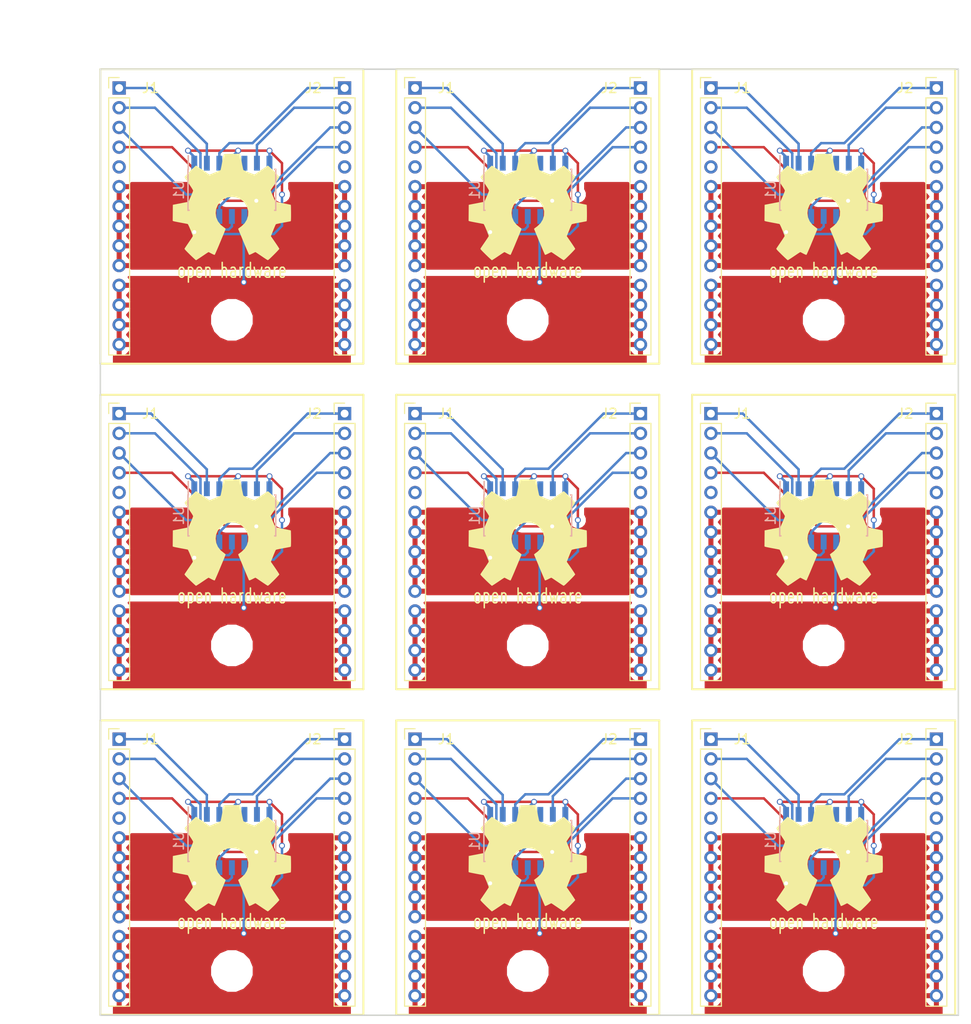
<source format=kicad_pcb>
(kicad_pcb (version 20170123) (host pcbnew "(2017-06-13 revision e97f49e00)-makepkg")
  (layers (0 F.Cu signal) (31 B.Cu signal) (34 B.Paste user) (35 F.Paste user) (36 B.SilkS user) (37 F.SilkS user) (38 B.Mask user) (39 F.Mask user) (44 Edge.Cuts user))
  (net 0 "")
  (net 1 RESET_IN)
  (net 2 SCK_IN)
  (net 3 MISO_OUT)
  (net 4 MOSI_IN)
  (net 5 SEL)
  (net 6 VCC)
  (net 7 GND)
  (net 8 RESET_OUT)
  (net 9 SCK_OUT)
  (net 10 MISO_IN)
  (net 11 MOSI_OUT)
  (module Housings_SOIC:SOIC-14_3.9x8.7mm_Pitch1.27mm (layer B.Cu) (at 208.59 179.825 270)
    (fp_text reference U1 (at 0 5.375 270) (layer B.SilkS) (effects (justify mirror)))
    (fp_text value 74LS125)
    (pad 1 smd rect (at -2.7 3.81 270) (size 1.5 0.6) (layers B.Cu B.Paste B.Mask) (net 7 GND))
    (pad 2 smd rect (at -2.7 2.54 270) (size 1.5 0.6) (layers B.Cu B.Paste B.Mask) (net 1 RESET_IN))
    (pad 3 smd rect (at -2.7 1.27 270) (size 1.5 0.6) (layers B.Cu B.Paste B.Mask) (net 8 RESET_OUT))
    (pad 4 smd rect (at -2.7 0 270) (size 1.5 0.6) (layers B.Cu B.Paste B.Mask) (net 7 GND))
    (pad 5 smd rect (at -2.7 -1.27 270) (size 1.5 0.6) (layers B.Cu B.Paste B.Mask) (net 2 SCK_IN))
    (pad 6 smd rect (at -2.7 -2.54 270) (size 1.5 0.6) (layers B.Cu B.Paste B.Mask) (net 9 SCK_OUT))
    (pad 7 smd rect (at -2.7 -3.81 270) (size 1.5 0.6) (layers B.Cu B.Paste B.Mask) (net 7 GND))
    (pad 8 smd rect (at 2.7 -3.81 270) (size 1.5 0.6) (layers B.Cu B.Paste B.Mask) (net 11 MOSI_OUT))
    (pad 9 smd rect (at 2.7 -2.54 270) (size 1.5 0.6) (layers B.Cu B.Paste B.Mask) (net 4 MOSI_IN))
    (pad 10 smd rect (at 2.7 -1.27 270) (size 1.5 0.6) (layers B.Cu B.Paste B.Mask) (net 7 GND))
    (pad 11 smd rect (at 2.7 0 270) (size 1.5 0.6) (layers B.Cu B.Paste B.Mask) (net 3 MISO_OUT))
    (pad 12 smd rect (at 2.7 1.27 270) (size 1.5 0.6) (layers B.Cu B.Paste B.Mask) (net 10 MISO_IN))
    (pad 13 smd rect (at 2.7 2.54 270) (size 1.5 0.6) (layers B.Cu B.Paste B.Mask) (net 7 GND))
    (pad 14 smd rect (at 2.7 3.81 270) (size 1.5 0.6) (layers B.Cu B.Paste B.Mask) (net 6 VCC))
  )
  (module Housings_SOIC:SOIC-14_3.9x8.7mm_Pitch1.27mm (layer B.Cu) (at 178.59 179.825 270)
    (fp_text reference U1 (at 0 5.375 270) (layer B.SilkS) (effects (justify mirror)))
    (fp_text value 74LS125)
    (pad 1 smd rect (at -2.7 3.81 270) (size 1.5 0.6) (layers B.Cu B.Paste B.Mask) (net 7 GND))
    (pad 2 smd rect (at -2.7 2.54 270) (size 1.5 0.6) (layers B.Cu B.Paste B.Mask) (net 1 RESET_IN))
    (pad 3 smd rect (at -2.7 1.27 270) (size 1.5 0.6) (layers B.Cu B.Paste B.Mask) (net 8 RESET_OUT))
    (pad 4 smd rect (at -2.7 0 270) (size 1.5 0.6) (layers B.Cu B.Paste B.Mask) (net 7 GND))
    (pad 5 smd rect (at -2.7 -1.27 270) (size 1.5 0.6) (layers B.Cu B.Paste B.Mask) (net 2 SCK_IN))
    (pad 6 smd rect (at -2.7 -2.54 270) (size 1.5 0.6) (layers B.Cu B.Paste B.Mask) (net 9 SCK_OUT))
    (pad 7 smd rect (at -2.7 -3.81 270) (size 1.5 0.6) (layers B.Cu B.Paste B.Mask) (net 7 GND))
    (pad 8 smd rect (at 2.7 -3.81 270) (size 1.5 0.6) (layers B.Cu B.Paste B.Mask) (net 11 MOSI_OUT))
    (pad 9 smd rect (at 2.7 -2.54 270) (size 1.5 0.6) (layers B.Cu B.Paste B.Mask) (net 4 MOSI_IN))
    (pad 10 smd rect (at 2.7 -1.27 270) (size 1.5 0.6) (layers B.Cu B.Paste B.Mask) (net 7 GND))
    (pad 11 smd rect (at 2.7 0 270) (size 1.5 0.6) (layers B.Cu B.Paste B.Mask) (net 3 MISO_OUT))
    (pad 12 smd rect (at 2.7 1.27 270) (size 1.5 0.6) (layers B.Cu B.Paste B.Mask) (net 10 MISO_IN))
    (pad 13 smd rect (at 2.7 2.54 270) (size 1.5 0.6) (layers B.Cu B.Paste B.Mask) (net 7 GND))
    (pad 14 smd rect (at 2.7 3.81 270) (size 1.5 0.6) (layers B.Cu B.Paste B.Mask) (net 6 VCC))
  )
  (module Housings_SOIC:SOIC-14_3.9x8.7mm_Pitch1.27mm (layer B.Cu) (at 148.59 179.825 270)
    (fp_text reference U1 (at 0 5.375 270) (layer B.SilkS) (effects (justify mirror)))
    (fp_text value 74LS125)
    (pad 1 smd rect (at -2.7 3.81 270) (size 1.5 0.6) (layers B.Cu B.Paste B.Mask) (net 7 GND))
    (pad 2 smd rect (at -2.7 2.54 270) (size 1.5 0.6) (layers B.Cu B.Paste B.Mask) (net 1 RESET_IN))
    (pad 3 smd rect (at -2.7 1.27 270) (size 1.5 0.6) (layers B.Cu B.Paste B.Mask) (net 8 RESET_OUT))
    (pad 4 smd rect (at -2.7 0 270) (size 1.5 0.6) (layers B.Cu B.Paste B.Mask) (net 7 GND))
    (pad 5 smd rect (at -2.7 -1.27 270) (size 1.5 0.6) (layers B.Cu B.Paste B.Mask) (net 2 SCK_IN))
    (pad 6 smd rect (at -2.7 -2.54 270) (size 1.5 0.6) (layers B.Cu B.Paste B.Mask) (net 9 SCK_OUT))
    (pad 7 smd rect (at -2.7 -3.81 270) (size 1.5 0.6) (layers B.Cu B.Paste B.Mask) (net 7 GND))
    (pad 8 smd rect (at 2.7 -3.81 270) (size 1.5 0.6) (layers B.Cu B.Paste B.Mask) (net 11 MOSI_OUT))
    (pad 9 smd rect (at 2.7 -2.54 270) (size 1.5 0.6) (layers B.Cu B.Paste B.Mask) (net 4 MOSI_IN))
    (pad 10 smd rect (at 2.7 -1.27 270) (size 1.5 0.6) (layers B.Cu B.Paste B.Mask) (net 7 GND))
    (pad 11 smd rect (at 2.7 0 270) (size 1.5 0.6) (layers B.Cu B.Paste B.Mask) (net 3 MISO_OUT))
    (pad 12 smd rect (at 2.7 1.27 270) (size 1.5 0.6) (layers B.Cu B.Paste B.Mask) (net 10 MISO_IN))
    (pad 13 smd rect (at 2.7 2.54 270) (size 1.5 0.6) (layers B.Cu B.Paste B.Mask) (net 7 GND))
    (pad 14 smd rect (at 2.7 3.81 270) (size 1.5 0.6) (layers B.Cu B.Paste B.Mask) (net 6 VCC))
  )
  (module Housings_SOIC:SOIC-14_3.9x8.7mm_Pitch1.27mm (layer B.Cu) (at 208.59 146.825 270)
    (fp_text reference U1 (at 0 5.375 270) (layer B.SilkS) (effects (justify mirror)))
    (fp_text value 74LS125)
    (pad 1 smd rect (at -2.7 3.81 270) (size 1.5 0.6) (layers B.Cu B.Paste B.Mask) (net 7 GND))
    (pad 2 smd rect (at -2.7 2.54 270) (size 1.5 0.6) (layers B.Cu B.Paste B.Mask) (net 1 RESET_IN))
    (pad 3 smd rect (at -2.7 1.27 270) (size 1.5 0.6) (layers B.Cu B.Paste B.Mask) (net 8 RESET_OUT))
    (pad 4 smd rect (at -2.7 0 270) (size 1.5 0.6) (layers B.Cu B.Paste B.Mask) (net 7 GND))
    (pad 5 smd rect (at -2.7 -1.27 270) (size 1.5 0.6) (layers B.Cu B.Paste B.Mask) (net 2 SCK_IN))
    (pad 6 smd rect (at -2.7 -2.54 270) (size 1.5 0.6) (layers B.Cu B.Paste B.Mask) (net 9 SCK_OUT))
    (pad 7 smd rect (at -2.7 -3.81 270) (size 1.5 0.6) (layers B.Cu B.Paste B.Mask) (net 7 GND))
    (pad 8 smd rect (at 2.7 -3.81 270) (size 1.5 0.6) (layers B.Cu B.Paste B.Mask) (net 11 MOSI_OUT))
    (pad 9 smd rect (at 2.7 -2.54 270) (size 1.5 0.6) (layers B.Cu B.Paste B.Mask) (net 4 MOSI_IN))
    (pad 10 smd rect (at 2.7 -1.27 270) (size 1.5 0.6) (layers B.Cu B.Paste B.Mask) (net 7 GND))
    (pad 11 smd rect (at 2.7 0 270) (size 1.5 0.6) (layers B.Cu B.Paste B.Mask) (net 3 MISO_OUT))
    (pad 12 smd rect (at 2.7 1.27 270) (size 1.5 0.6) (layers B.Cu B.Paste B.Mask) (net 10 MISO_IN))
    (pad 13 smd rect (at 2.7 2.54 270) (size 1.5 0.6) (layers B.Cu B.Paste B.Mask) (net 7 GND))
    (pad 14 smd rect (at 2.7 3.81 270) (size 1.5 0.6) (layers B.Cu B.Paste B.Mask) (net 6 VCC))
  )
  (module Housings_SOIC:SOIC-14_3.9x8.7mm_Pitch1.27mm (layer B.Cu) (at 178.59 146.825 270)
    (fp_text reference U1 (at 0 5.375 270) (layer B.SilkS) (effects (justify mirror)))
    (fp_text value 74LS125)
    (pad 1 smd rect (at -2.7 3.81 270) (size 1.5 0.6) (layers B.Cu B.Paste B.Mask) (net 7 GND))
    (pad 2 smd rect (at -2.7 2.54 270) (size 1.5 0.6) (layers B.Cu B.Paste B.Mask) (net 1 RESET_IN))
    (pad 3 smd rect (at -2.7 1.27 270) (size 1.5 0.6) (layers B.Cu B.Paste B.Mask) (net 8 RESET_OUT))
    (pad 4 smd rect (at -2.7 0 270) (size 1.5 0.6) (layers B.Cu B.Paste B.Mask) (net 7 GND))
    (pad 5 smd rect (at -2.7 -1.27 270) (size 1.5 0.6) (layers B.Cu B.Paste B.Mask) (net 2 SCK_IN))
    (pad 6 smd rect (at -2.7 -2.54 270) (size 1.5 0.6) (layers B.Cu B.Paste B.Mask) (net 9 SCK_OUT))
    (pad 7 smd rect (at -2.7 -3.81 270) (size 1.5 0.6) (layers B.Cu B.Paste B.Mask) (net 7 GND))
    (pad 8 smd rect (at 2.7 -3.81 270) (size 1.5 0.6) (layers B.Cu B.Paste B.Mask) (net 11 MOSI_OUT))
    (pad 9 smd rect (at 2.7 -2.54 270) (size 1.5 0.6) (layers B.Cu B.Paste B.Mask) (net 4 MOSI_IN))
    (pad 10 smd rect (at 2.7 -1.27 270) (size 1.5 0.6) (layers B.Cu B.Paste B.Mask) (net 7 GND))
    (pad 11 smd rect (at 2.7 0 270) (size 1.5 0.6) (layers B.Cu B.Paste B.Mask) (net 3 MISO_OUT))
    (pad 12 smd rect (at 2.7 1.27 270) (size 1.5 0.6) (layers B.Cu B.Paste B.Mask) (net 10 MISO_IN))
    (pad 13 smd rect (at 2.7 2.54 270) (size 1.5 0.6) (layers B.Cu B.Paste B.Mask) (net 7 GND))
    (pad 14 smd rect (at 2.7 3.81 270) (size 1.5 0.6) (layers B.Cu B.Paste B.Mask) (net 6 VCC))
  )
  (module Housings_SOIC:SOIC-14_3.9x8.7mm_Pitch1.27mm (layer B.Cu) (at 148.59 146.825 270)
    (fp_text reference U1 (at 0 5.375 270) (layer B.SilkS) (effects (justify mirror)))
    (fp_text value 74LS125)
    (pad 1 smd rect (at -2.7 3.81 270) (size 1.5 0.6) (layers B.Cu B.Paste B.Mask) (net 7 GND))
    (pad 2 smd rect (at -2.7 2.54 270) (size 1.5 0.6) (layers B.Cu B.Paste B.Mask) (net 1 RESET_IN))
    (pad 3 smd rect (at -2.7 1.27 270) (size 1.5 0.6) (layers B.Cu B.Paste B.Mask) (net 8 RESET_OUT))
    (pad 4 smd rect (at -2.7 0 270) (size 1.5 0.6) (layers B.Cu B.Paste B.Mask) (net 7 GND))
    (pad 5 smd rect (at -2.7 -1.27 270) (size 1.5 0.6) (layers B.Cu B.Paste B.Mask) (net 2 SCK_IN))
    (pad 6 smd rect (at -2.7 -2.54 270) (size 1.5 0.6) (layers B.Cu B.Paste B.Mask) (net 9 SCK_OUT))
    (pad 7 smd rect (at -2.7 -3.81 270) (size 1.5 0.6) (layers B.Cu B.Paste B.Mask) (net 7 GND))
    (pad 8 smd rect (at 2.7 -3.81 270) (size 1.5 0.6) (layers B.Cu B.Paste B.Mask) (net 11 MOSI_OUT))
    (pad 9 smd rect (at 2.7 -2.54 270) (size 1.5 0.6) (layers B.Cu B.Paste B.Mask) (net 4 MOSI_IN))
    (pad 10 smd rect (at 2.7 -1.27 270) (size 1.5 0.6) (layers B.Cu B.Paste B.Mask) (net 7 GND))
    (pad 11 smd rect (at 2.7 0 270) (size 1.5 0.6) (layers B.Cu B.Paste B.Mask) (net 3 MISO_OUT))
    (pad 12 smd rect (at 2.7 1.27 270) (size 1.5 0.6) (layers B.Cu B.Paste B.Mask) (net 10 MISO_IN))
    (pad 13 smd rect (at 2.7 2.54 270) (size 1.5 0.6) (layers B.Cu B.Paste B.Mask) (net 7 GND))
    (pad 14 smd rect (at 2.7 3.81 270) (size 1.5 0.6) (layers B.Cu B.Paste B.Mask) (net 6 VCC))
  )
  (module Housings_SOIC:SOIC-14_3.9x8.7mm_Pitch1.27mm (layer B.Cu) (at 208.59 113.825 270)
    (fp_text reference U1 (at 0 5.375 270) (layer B.SilkS) (effects (justify mirror)))
    (fp_text value 74LS125)
    (pad 1 smd rect (at -2.7 3.81 270) (size 1.5 0.6) (layers B.Cu B.Paste B.Mask) (net 7 GND))
    (pad 2 smd rect (at -2.7 2.54 270) (size 1.5 0.6) (layers B.Cu B.Paste B.Mask) (net 1 RESET_IN))
    (pad 3 smd rect (at -2.7 1.27 270) (size 1.5 0.6) (layers B.Cu B.Paste B.Mask) (net 8 RESET_OUT))
    (pad 4 smd rect (at -2.7 0 270) (size 1.5 0.6) (layers B.Cu B.Paste B.Mask) (net 7 GND))
    (pad 5 smd rect (at -2.7 -1.27 270) (size 1.5 0.6) (layers B.Cu B.Paste B.Mask) (net 2 SCK_IN))
    (pad 6 smd rect (at -2.7 -2.54 270) (size 1.5 0.6) (layers B.Cu B.Paste B.Mask) (net 9 SCK_OUT))
    (pad 7 smd rect (at -2.7 -3.81 270) (size 1.5 0.6) (layers B.Cu B.Paste B.Mask) (net 7 GND))
    (pad 8 smd rect (at 2.7 -3.81 270) (size 1.5 0.6) (layers B.Cu B.Paste B.Mask) (net 11 MOSI_OUT))
    (pad 9 smd rect (at 2.7 -2.54 270) (size 1.5 0.6) (layers B.Cu B.Paste B.Mask) (net 4 MOSI_IN))
    (pad 10 smd rect (at 2.7 -1.27 270) (size 1.5 0.6) (layers B.Cu B.Paste B.Mask) (net 7 GND))
    (pad 11 smd rect (at 2.7 0 270) (size 1.5 0.6) (layers B.Cu B.Paste B.Mask) (net 3 MISO_OUT))
    (pad 12 smd rect (at 2.7 1.27 270) (size 1.5 0.6) (layers B.Cu B.Paste B.Mask) (net 10 MISO_IN))
    (pad 13 smd rect (at 2.7 2.54 270) (size 1.5 0.6) (layers B.Cu B.Paste B.Mask) (net 7 GND))
    (pad 14 smd rect (at 2.7 3.81 270) (size 1.5 0.6) (layers B.Cu B.Paste B.Mask) (net 6 VCC))
  )
  (module Housings_SOIC:SOIC-14_3.9x8.7mm_Pitch1.27mm (layer B.Cu) (at 178.59 113.825 270)
    (fp_text reference U1 (at 0 5.375 270) (layer B.SilkS) (effects (justify mirror)))
    (fp_text value 74LS125)
    (pad 1 smd rect (at -2.7 3.81 270) (size 1.5 0.6) (layers B.Cu B.Paste B.Mask) (net 7 GND))
    (pad 2 smd rect (at -2.7 2.54 270) (size 1.5 0.6) (layers B.Cu B.Paste B.Mask) (net 1 RESET_IN))
    (pad 3 smd rect (at -2.7 1.27 270) (size 1.5 0.6) (layers B.Cu B.Paste B.Mask) (net 8 RESET_OUT))
    (pad 4 smd rect (at -2.7 0 270) (size 1.5 0.6) (layers B.Cu B.Paste B.Mask) (net 7 GND))
    (pad 5 smd rect (at -2.7 -1.27 270) (size 1.5 0.6) (layers B.Cu B.Paste B.Mask) (net 2 SCK_IN))
    (pad 6 smd rect (at -2.7 -2.54 270) (size 1.5 0.6) (layers B.Cu B.Paste B.Mask) (net 9 SCK_OUT))
    (pad 7 smd rect (at -2.7 -3.81 270) (size 1.5 0.6) (layers B.Cu B.Paste B.Mask) (net 7 GND))
    (pad 8 smd rect (at 2.7 -3.81 270) (size 1.5 0.6) (layers B.Cu B.Paste B.Mask) (net 11 MOSI_OUT))
    (pad 9 smd rect (at 2.7 -2.54 270) (size 1.5 0.6) (layers B.Cu B.Paste B.Mask) (net 4 MOSI_IN))
    (pad 10 smd rect (at 2.7 -1.27 270) (size 1.5 0.6) (layers B.Cu B.Paste B.Mask) (net 7 GND))
    (pad 11 smd rect (at 2.7 0 270) (size 1.5 0.6) (layers B.Cu B.Paste B.Mask) (net 3 MISO_OUT))
    (pad 12 smd rect (at 2.7 1.27 270) (size 1.5 0.6) (layers B.Cu B.Paste B.Mask) (net 10 MISO_IN))
    (pad 13 smd rect (at 2.7 2.54 270) (size 1.5 0.6) (layers B.Cu B.Paste B.Mask) (net 7 GND))
    (pad 14 smd rect (at 2.7 3.81 270) (size 1.5 0.6) (layers B.Cu B.Paste B.Mask) (net 6 VCC))
  )
  (module w_logo:Logo_silk_OSHW_12x13mm (layer F.Cu) (at 208.59 181.57)
    (fp_text reference G*** hide)
    (fp_text value LOGO hide)
  )
  (module w_logo:Logo_silk_OSHW_12x13mm (layer F.Cu) (at 178.59 181.57)
    (fp_text reference G*** hide)
    (fp_text value LOGO hide)
  )
  (module w_logo:Logo_silk_OSHW_12x13mm (layer F.Cu) (at 148.59 181.57)
    (fp_text reference G*** hide)
    (fp_text value LOGO hide)
  )
  (module w_logo:Logo_silk_OSHW_12x13mm (layer F.Cu) (at 208.59 148.57)
    (fp_text reference G*** hide)
    (fp_text value LOGO hide)
  )
  (module w_logo:Logo_silk_OSHW_12x13mm (layer F.Cu) (at 178.59 148.57)
    (fp_text reference G*** hide)
    (fp_text value LOGO hide)
  )
  (module w_logo:Logo_silk_OSHW_12x13mm (layer F.Cu) (at 148.59 148.57)
    (fp_text reference G*** hide)
    (fp_text value LOGO hide)
  )
  (module w_logo:Logo_silk_OSHW_12x13mm (layer F.Cu) (at 208.59 115.57)
    (fp_text reference G*** hide)
    (fp_text value LOGO hide)
  )
  (module w_logo:Logo_silk_OSHW_12x13mm (layer F.Cu) (at 178.59 115.57)
    (fp_text reference G*** hide)
    (fp_text value LOGO hide)
  )
  (module Mounting_Holes:MountingHole_3.2mm_M3 (layer F.Cu) (at 208.59 172.045)
    (fp_text reference REF** hide)
    (fp_text value MountingHole_3.2mm_M3 hide)
    (pad 1 np_thru_hole circle (at 0 0) (size 3.2 3.2) (drill 3.2) (layers *.Cu *.Mask))
  )
  (module Mounting_Holes:MountingHole_3.2mm_M3 (layer F.Cu) (at 178.59 172.045)
    (fp_text reference REF** hide)
    (fp_text value MountingHole_3.2mm_M3 hide)
    (pad 1 np_thru_hole circle (at 0 0) (size 3.2 3.2) (drill 3.2) (layers *.Cu *.Mask))
  )
  (module Mounting_Holes:MountingHole_3.2mm_M3 (layer F.Cu) (at 148.59 172.045)
    (fp_text reference REF** hide)
    (fp_text value MountingHole_3.2mm_M3 hide)
    (pad 1 np_thru_hole circle (at 0 0) (size 3.2 3.2) (drill 3.2) (layers *.Cu *.Mask))
  )
  (module Mounting_Holes:MountingHole_3.2mm_M3 (layer F.Cu) (at 208.59 139.045)
    (fp_text reference REF** hide)
    (fp_text value MountingHole_3.2mm_M3 hide)
    (pad 1 np_thru_hole circle (at 0 0) (size 3.2 3.2) (drill 3.2) (layers *.Cu *.Mask))
  )
  (module Mounting_Holes:MountingHole_3.2mm_M3 (layer F.Cu) (at 178.59 139.045)
    (fp_text reference REF** hide)
    (fp_text value MountingHole_3.2mm_M3 hide)
    (pad 1 np_thru_hole circle (at 0 0) (size 3.2 3.2) (drill 3.2) (layers *.Cu *.Mask))
  )
  (module Mounting_Holes:MountingHole_3.2mm_M3 (layer F.Cu) (at 148.59 139.045)
    (fp_text reference REF** hide)
    (fp_text value MountingHole_3.2mm_M3 hide)
    (pad 1 np_thru_hole circle (at 0 0) (size 3.2 3.2) (drill 3.2) (layers *.Cu *.Mask))
  )
  (module Mounting_Holes:MountingHole_3.2mm_M3 (layer F.Cu) (at 208.59 106.045)
    (fp_text reference REF** hide)
    (fp_text value MountingHole_3.2mm_M3 hide)
    (pad 1 np_thru_hole circle (at 0 0) (size 3.2 3.2) (drill 3.2) (layers *.Cu *.Mask))
  )
  (module Mounting_Holes:MountingHole_3.2mm_M3 (layer F.Cu) (at 178.59 106.045)
    (fp_text reference REF** hide)
    (fp_text value MountingHole_3.2mm_M3 hide)
    (pad 1 np_thru_hole circle (at 0 0) (size 3.2 3.2) (drill 3.2) (layers *.Cu *.Mask))
  )
  (module Mounting_Holes:MountingHole_3.2mm_M3 (layer F.Cu) (at 208.59 193)
    (fp_text reference REF** hide)
    (fp_text value MountingHole_3.2mm_M3 hide)
    (pad 1 np_thru_hole circle (at 0 0) (size 3.2 3.2) (drill 3.2) (layers *.Cu *.Mask))
  )
  (module Mounting_Holes:MountingHole_3.2mm_M3 (layer F.Cu) (at 178.59 193)
    (fp_text reference REF** hide)
    (fp_text value MountingHole_3.2mm_M3 hide)
    (pad 1 np_thru_hole circle (at 0 0) (size 3.2 3.2) (drill 3.2) (layers *.Cu *.Mask))
  )
  (module Mounting_Holes:MountingHole_3.2mm_M3 (layer F.Cu) (at 148.59 193)
    (fp_text reference REF** hide)
    (fp_text value MountingHole_3.2mm_M3 hide)
    (pad 1 np_thru_hole circle (at 0 0) (size 3.2 3.2) (drill 3.2) (layers *.Cu *.Mask))
  )
  (module Mounting_Holes:MountingHole_3.2mm_M3 (layer F.Cu) (at 208.59 160)
    (fp_text reference REF** hide)
    (fp_text value MountingHole_3.2mm_M3 hide)
    (pad 1 np_thru_hole circle (at 0 0) (size 3.2 3.2) (drill 3.2) (layers *.Cu *.Mask))
  )
  (module Mounting_Holes:MountingHole_3.2mm_M3 (layer F.Cu) (at 178.59 160)
    (fp_text reference REF** hide)
    (fp_text value MountingHole_3.2mm_M3 hide)
    (pad 1 np_thru_hole circle (at 0 0) (size 3.2 3.2) (drill 3.2) (layers *.Cu *.Mask))
  )
  (module Mounting_Holes:MountingHole_3.2mm_M3 (layer F.Cu) (at 148.59 160)
    (fp_text reference REF** hide)
    (fp_text value MountingHole_3.2mm_M3 hide)
    (pad 1 np_thru_hole circle (at 0 0) (size 3.2 3.2) (drill 3.2) (layers *.Cu *.Mask))
  )
  (module Mounting_Holes:MountingHole_3.2mm_M3 (layer F.Cu) (at 208.59 127)
    (fp_text reference REF** hide)
    (fp_text value MountingHole_3.2mm_M3 hide)
    (pad 1 np_thru_hole circle (at 0 0) (size 3.2 3.2) (drill 3.2) (layers *.Cu *.Mask))
  )
  (module Mounting_Holes:MountingHole_3.2mm_M3 (layer F.Cu) (at 178.59 127)
    (fp_text reference REF** hide)
    (fp_text value MountingHole_3.2mm_M3 hide)
    (pad 1 np_thru_hole circle (at 0 0) (size 3.2 3.2) (drill 3.2) (layers *.Cu *.Mask))
  )
  (module Pin_Headers:Pin_Header_Straight_1x14_Pitch2.00mm (layer F.Cu) (at 220.02 169.505)
    (fp_text reference J2 (at -3.175 0) (layer F.SilkS))
    (fp_text value MOD_OUT)
    (pad 1 thru_hole rect (at 0 0) (size 1.35 1.35) (drill 0.8) (layers *.Cu *.Mask) (net 8 RESET_OUT))
    (pad 2 thru_hole oval (at 0 2) (size 1.35 1.35) (drill 0.8) (layers *.Cu *.Mask) (net 9 SCK_OUT))
    (pad 3 thru_hole oval (at 0 4) (size 1.35 1.35) (drill 0.8) (layers *.Cu *.Mask) (net 10 MISO_IN))
    (pad 4 thru_hole oval (at 0 6) (size 1.35 1.35) (drill 0.8) (layers *.Cu *.Mask) (net 11 MOSI_OUT))
    (pad 5 thru_hole oval (at 0 8) (size 1.35 1.35) (drill 0.8) (layers *.Cu *.Mask) (net 5 SEL))
    (pad 6 thru_hole oval (at 0 10) (size 1.35 1.35) (drill 0.8) (layers *.Cu *.Mask) (net 6 VCC))
    (pad 7 thru_hole oval (at 0 12) (size 1.35 1.35) (drill 0.8) (layers *.Cu *.Mask) (net 6 VCC))
    (pad 8 thru_hole oval (at 0 14) (size 1.35 1.35) (drill 0.8) (layers *.Cu *.Mask) (net 6 VCC))
    (pad 9 thru_hole oval (at 0 16) (size 1.35 1.35) (drill 0.8) (layers *.Cu *.Mask) (net 6 VCC))
    (pad 10 thru_hole oval (at 0 18) (size 1.35 1.35) (drill 0.8) (layers *.Cu *.Mask) (net 6 VCC))
    (pad 11 thru_hole oval (at 0 20) (size 1.35 1.35) (drill 0.8) (layers *.Cu *.Mask) (net 7 GND))
    (pad 12 thru_hole oval (at 0 22) (size 1.35 1.35) (drill 0.8) (layers *.Cu *.Mask) (net 7 GND))
    (pad 13 thru_hole oval (at 0 24) (size 1.35 1.35) (drill 0.8) (layers *.Cu *.Mask) (net 7 GND))
    (pad 14 thru_hole oval (at 0 26) (size 1.35 1.35) (drill 0.8) (layers *.Cu *.Mask) (net 7 GND))
  )
  (module Pin_Headers:Pin_Header_Straight_1x14_Pitch2.00mm (layer F.Cu) (at 190.02 169.505)
    (fp_text reference J2 (at -3.175 0) (layer F.SilkS))
    (fp_text value MOD_OUT)
    (pad 1 thru_hole rect (at 0 0) (size 1.35 1.35) (drill 0.8) (layers *.Cu *.Mask) (net 8 RESET_OUT))
    (pad 2 thru_hole oval (at 0 2) (size 1.35 1.35) (drill 0.8) (layers *.Cu *.Mask) (net 9 SCK_OUT))
    (pad 3 thru_hole oval (at 0 4) (size 1.35 1.35) (drill 0.8) (layers *.Cu *.Mask) (net 10 MISO_IN))
    (pad 4 thru_hole oval (at 0 6) (size 1.35 1.35) (drill 0.8) (layers *.Cu *.Mask) (net 11 MOSI_OUT))
    (pad 5 thru_hole oval (at 0 8) (size 1.35 1.35) (drill 0.8) (layers *.Cu *.Mask) (net 5 SEL))
    (pad 6 thru_hole oval (at 0 10) (size 1.35 1.35) (drill 0.8) (layers *.Cu *.Mask) (net 6 VCC))
    (pad 7 thru_hole oval (at 0 12) (size 1.35 1.35) (drill 0.8) (layers *.Cu *.Mask) (net 6 VCC))
    (pad 8 thru_hole oval (at 0 14) (size 1.35 1.35) (drill 0.8) (layers *.Cu *.Mask) (net 6 VCC))
    (pad 9 thru_hole oval (at 0 16) (size 1.35 1.35) (drill 0.8) (layers *.Cu *.Mask) (net 6 VCC))
    (pad 10 thru_hole oval (at 0 18) (size 1.35 1.35) (drill 0.8) (layers *.Cu *.Mask) (net 6 VCC))
    (pad 11 thru_hole oval (at 0 20) (size 1.35 1.35) (drill 0.8) (layers *.Cu *.Mask) (net 7 GND))
    (pad 12 thru_hole oval (at 0 22) (size 1.35 1.35) (drill 0.8) (layers *.Cu *.Mask) (net 7 GND))
    (pad 13 thru_hole oval (at 0 24) (size 1.35 1.35) (drill 0.8) (layers *.Cu *.Mask) (net 7 GND))
    (pad 14 thru_hole oval (at 0 26) (size 1.35 1.35) (drill 0.8) (layers *.Cu *.Mask) (net 7 GND))
  )
  (module Pin_Headers:Pin_Header_Straight_1x14_Pitch2.00mm (layer F.Cu) (at 160.02 169.505)
    (fp_text reference J2 (at -3.175 0) (layer F.SilkS))
    (fp_text value MOD_OUT)
    (pad 1 thru_hole rect (at 0 0) (size 1.35 1.35) (drill 0.8) (layers *.Cu *.Mask) (net 8 RESET_OUT))
    (pad 2 thru_hole oval (at 0 2) (size 1.35 1.35) (drill 0.8) (layers *.Cu *.Mask) (net 9 SCK_OUT))
    (pad 3 thru_hole oval (at 0 4) (size 1.35 1.35) (drill 0.8) (layers *.Cu *.Mask) (net 10 MISO_IN))
    (pad 4 thru_hole oval (at 0 6) (size 1.35 1.35) (drill 0.8) (layers *.Cu *.Mask) (net 11 MOSI_OUT))
    (pad 5 thru_hole oval (at 0 8) (size 1.35 1.35) (drill 0.8) (layers *.Cu *.Mask) (net 5 SEL))
    (pad 6 thru_hole oval (at 0 10) (size 1.35 1.35) (drill 0.8) (layers *.Cu *.Mask) (net 6 VCC))
    (pad 7 thru_hole oval (at 0 12) (size 1.35 1.35) (drill 0.8) (layers *.Cu *.Mask) (net 6 VCC))
    (pad 8 thru_hole oval (at 0 14) (size 1.35 1.35) (drill 0.8) (layers *.Cu *.Mask) (net 6 VCC))
    (pad 9 thru_hole oval (at 0 16) (size 1.35 1.35) (drill 0.8) (layers *.Cu *.Mask) (net 6 VCC))
    (pad 10 thru_hole oval (at 0 18) (size 1.35 1.35) (drill 0.8) (layers *.Cu *.Mask) (net 6 VCC))
    (pad 11 thru_hole oval (at 0 20) (size 1.35 1.35) (drill 0.8) (layers *.Cu *.Mask) (net 7 GND))
    (pad 12 thru_hole oval (at 0 22) (size 1.35 1.35) (drill 0.8) (layers *.Cu *.Mask) (net 7 GND))
    (pad 13 thru_hole oval (at 0 24) (size 1.35 1.35) (drill 0.8) (layers *.Cu *.Mask) (net 7 GND))
    (pad 14 thru_hole oval (at 0 26) (size 1.35 1.35) (drill 0.8) (layers *.Cu *.Mask) (net 7 GND))
  )
  (module Pin_Headers:Pin_Header_Straight_1x14_Pitch2.00mm (layer F.Cu) (at 220.02 136.505)
    (fp_text reference J2 (at -3.175 0) (layer F.SilkS))
    (fp_text value MOD_OUT)
    (pad 1 thru_hole rect (at 0 0) (size 1.35 1.35) (drill 0.8) (layers *.Cu *.Mask) (net 8 RESET_OUT))
    (pad 2 thru_hole oval (at 0 2) (size 1.35 1.35) (drill 0.8) (layers *.Cu *.Mask) (net 9 SCK_OUT))
    (pad 3 thru_hole oval (at 0 4) (size 1.35 1.35) (drill 0.8) (layers *.Cu *.Mask) (net 10 MISO_IN))
    (pad 4 thru_hole oval (at 0 6) (size 1.35 1.35) (drill 0.8) (layers *.Cu *.Mask) (net 11 MOSI_OUT))
    (pad 5 thru_hole oval (at 0 8) (size 1.35 1.35) (drill 0.8) (layers *.Cu *.Mask) (net 5 SEL))
    (pad 6 thru_hole oval (at 0 10) (size 1.35 1.35) (drill 0.8) (layers *.Cu *.Mask) (net 6 VCC))
    (pad 7 thru_hole oval (at 0 12) (size 1.35 1.35) (drill 0.8) (layers *.Cu *.Mask) (net 6 VCC))
    (pad 8 thru_hole oval (at 0 14) (size 1.35 1.35) (drill 0.8) (layers *.Cu *.Mask) (net 6 VCC))
    (pad 9 thru_hole oval (at 0 16) (size 1.35 1.35) (drill 0.8) (layers *.Cu *.Mask) (net 6 VCC))
    (pad 10 thru_hole oval (at 0 18) (size 1.35 1.35) (drill 0.8) (layers *.Cu *.Mask) (net 6 VCC))
    (pad 11 thru_hole oval (at 0 20) (size 1.35 1.35) (drill 0.8) (layers *.Cu *.Mask) (net 7 GND))
    (pad 12 thru_hole oval (at 0 22) (size 1.35 1.35) (drill 0.8) (layers *.Cu *.Mask) (net 7 GND))
    (pad 13 thru_hole oval (at 0 24) (size 1.35 1.35) (drill 0.8) (layers *.Cu *.Mask) (net 7 GND))
    (pad 14 thru_hole oval (at 0 26) (size 1.35 1.35) (drill 0.8) (layers *.Cu *.Mask) (net 7 GND))
  )
  (module Pin_Headers:Pin_Header_Straight_1x14_Pitch2.00mm (layer F.Cu) (at 190.02 136.505)
    (fp_text reference J2 (at -3.175 0) (layer F.SilkS))
    (fp_text value MOD_OUT)
    (pad 1 thru_hole rect (at 0 0) (size 1.35 1.35) (drill 0.8) (layers *.Cu *.Mask) (net 8 RESET_OUT))
    (pad 2 thru_hole oval (at 0 2) (size 1.35 1.35) (drill 0.8) (layers *.Cu *.Mask) (net 9 SCK_OUT))
    (pad 3 thru_hole oval (at 0 4) (size 1.35 1.35) (drill 0.8) (layers *.Cu *.Mask) (net 10 MISO_IN))
    (pad 4 thru_hole oval (at 0 6) (size 1.35 1.35) (drill 0.8) (layers *.Cu *.Mask) (net 11 MOSI_OUT))
    (pad 5 thru_hole oval (at 0 8) (size 1.35 1.35) (drill 0.8) (layers *.Cu *.Mask) (net 5 SEL))
    (pad 6 thru_hole oval (at 0 10) (size 1.35 1.35) (drill 0.8) (layers *.Cu *.Mask) (net 6 VCC))
    (pad 7 thru_hole oval (at 0 12) (size 1.35 1.35) (drill 0.8) (layers *.Cu *.Mask) (net 6 VCC))
    (pad 8 thru_hole oval (at 0 14) (size 1.35 1.35) (drill 0.8) (layers *.Cu *.Mask) (net 6 VCC))
    (pad 9 thru_hole oval (at 0 16) (size 1.35 1.35) (drill 0.8) (layers *.Cu *.Mask) (net 6 VCC))
    (pad 10 thru_hole oval (at 0 18) (size 1.35 1.35) (drill 0.8) (layers *.Cu *.Mask) (net 6 VCC))
    (pad 11 thru_hole oval (at 0 20) (size 1.35 1.35) (drill 0.8) (layers *.Cu *.Mask) (net 7 GND))
    (pad 12 thru_hole oval (at 0 22) (size 1.35 1.35) (drill 0.8) (layers *.Cu *.Mask) (net 7 GND))
    (pad 13 thru_hole oval (at 0 24) (size 1.35 1.35) (drill 0.8) (layers *.Cu *.Mask) (net 7 GND))
    (pad 14 thru_hole oval (at 0 26) (size 1.35 1.35) (drill 0.8) (layers *.Cu *.Mask) (net 7 GND))
  )
  (module Pin_Headers:Pin_Header_Straight_1x14_Pitch2.00mm (layer F.Cu) (at 160.02 136.505)
    (fp_text reference J2 (at -3.175 0) (layer F.SilkS))
    (fp_text value MOD_OUT)
    (pad 1 thru_hole rect (at 0 0) (size 1.35 1.35) (drill 0.8) (layers *.Cu *.Mask) (net 8 RESET_OUT))
    (pad 2 thru_hole oval (at 0 2) (size 1.35 1.35) (drill 0.8) (layers *.Cu *.Mask) (net 9 SCK_OUT))
    (pad 3 thru_hole oval (at 0 4) (size 1.35 1.35) (drill 0.8) (layers *.Cu *.Mask) (net 10 MISO_IN))
    (pad 4 thru_hole oval (at 0 6) (size 1.35 1.35) (drill 0.8) (layers *.Cu *.Mask) (net 11 MOSI_OUT))
    (pad 5 thru_hole oval (at 0 8) (size 1.35 1.35) (drill 0.8) (layers *.Cu *.Mask) (net 5 SEL))
    (pad 6 thru_hole oval (at 0 10) (size 1.35 1.35) (drill 0.8) (layers *.Cu *.Mask) (net 6 VCC))
    (pad 7 thru_hole oval (at 0 12) (size 1.35 1.35) (drill 0.8) (layers *.Cu *.Mask) (net 6 VCC))
    (pad 8 thru_hole oval (at 0 14) (size 1.35 1.35) (drill 0.8) (layers *.Cu *.Mask) (net 6 VCC))
    (pad 9 thru_hole oval (at 0 16) (size 1.35 1.35) (drill 0.8) (layers *.Cu *.Mask) (net 6 VCC))
    (pad 10 thru_hole oval (at 0 18) (size 1.35 1.35) (drill 0.8) (layers *.Cu *.Mask) (net 6 VCC))
    (pad 11 thru_hole oval (at 0 20) (size 1.35 1.35) (drill 0.8) (layers *.Cu *.Mask) (net 7 GND))
    (pad 12 thru_hole oval (at 0 22) (size 1.35 1.35) (drill 0.8) (layers *.Cu *.Mask) (net 7 GND))
    (pad 13 thru_hole oval (at 0 24) (size 1.35 1.35) (drill 0.8) (layers *.Cu *.Mask) (net 7 GND))
    (pad 14 thru_hole oval (at 0 26) (size 1.35 1.35) (drill 0.8) (layers *.Cu *.Mask) (net 7 GND))
  )
  (module Pin_Headers:Pin_Header_Straight_1x14_Pitch2.00mm (layer F.Cu) (at 220.02 103.505)
    (fp_text reference J2 (at -3.175 0) (layer F.SilkS))
    (fp_text value MOD_OUT)
    (pad 1 thru_hole rect (at 0 0) (size 1.35 1.35) (drill 0.8) (layers *.Cu *.Mask) (net 8 RESET_OUT))
    (pad 2 thru_hole oval (at 0 2) (size 1.35 1.35) (drill 0.8) (layers *.Cu *.Mask) (net 9 SCK_OUT))
    (pad 3 thru_hole oval (at 0 4) (size 1.35 1.35) (drill 0.8) (layers *.Cu *.Mask) (net 10 MISO_IN))
    (pad 4 thru_hole oval (at 0 6) (size 1.35 1.35) (drill 0.8) (layers *.Cu *.Mask) (net 11 MOSI_OUT))
    (pad 5 thru_hole oval (at 0 8) (size 1.35 1.35) (drill 0.8) (layers *.Cu *.Mask) (net 5 SEL))
    (pad 6 thru_hole oval (at 0 10) (size 1.35 1.35) (drill 0.8) (layers *.Cu *.Mask) (net 6 VCC))
    (pad 7 thru_hole oval (at 0 12) (size 1.35 1.35) (drill 0.8) (layers *.Cu *.Mask) (net 6 VCC))
    (pad 8 thru_hole oval (at 0 14) (size 1.35 1.35) (drill 0.8) (layers *.Cu *.Mask) (net 6 VCC))
    (pad 9 thru_hole oval (at 0 16) (size 1.35 1.35) (drill 0.8) (layers *.Cu *.Mask) (net 6 VCC))
    (pad 10 thru_hole oval (at 0 18) (size 1.35 1.35) (drill 0.8) (layers *.Cu *.Mask) (net 6 VCC))
    (pad 11 thru_hole oval (at 0 20) (size 1.35 1.35) (drill 0.8) (layers *.Cu *.Mask) (net 7 GND))
    (pad 12 thru_hole oval (at 0 22) (size 1.35 1.35) (drill 0.8) (layers *.Cu *.Mask) (net 7 GND))
    (pad 13 thru_hole oval (at 0 24) (size 1.35 1.35) (drill 0.8) (layers *.Cu *.Mask) (net 7 GND))
    (pad 14 thru_hole oval (at 0 26) (size 1.35 1.35) (drill 0.8) (layers *.Cu *.Mask) (net 7 GND))
  )
  (module Pin_Headers:Pin_Header_Straight_1x14_Pitch2.00mm (layer F.Cu) (at 190.02 103.505)
    (fp_text reference J2 (at -3.175 0) (layer F.SilkS))
    (fp_text value MOD_OUT)
    (pad 1 thru_hole rect (at 0 0) (size 1.35 1.35) (drill 0.8) (layers *.Cu *.Mask) (net 8 RESET_OUT))
    (pad 2 thru_hole oval (at 0 2) (size 1.35 1.35) (drill 0.8) (layers *.Cu *.Mask) (net 9 SCK_OUT))
    (pad 3 thru_hole oval (at 0 4) (size 1.35 1.35) (drill 0.8) (layers *.Cu *.Mask) (net 10 MISO_IN))
    (pad 4 thru_hole oval (at 0 6) (size 1.35 1.35) (drill 0.8) (layers *.Cu *.Mask) (net 11 MOSI_OUT))
    (pad 5 thru_hole oval (at 0 8) (size 1.35 1.35) (drill 0.8) (layers *.Cu *.Mask) (net 5 SEL))
    (pad 6 thru_hole oval (at 0 10) (size 1.35 1.35) (drill 0.8) (layers *.Cu *.Mask) (net 6 VCC))
    (pad 7 thru_hole oval (at 0 12) (size 1.35 1.35) (drill 0.8) (layers *.Cu *.Mask) (net 6 VCC))
    (pad 8 thru_hole oval (at 0 14) (size 1.35 1.35) (drill 0.8) (layers *.Cu *.Mask) (net 6 VCC))
    (pad 9 thru_hole oval (at 0 16) (size 1.35 1.35) (drill 0.8) (layers *.Cu *.Mask) (net 6 VCC))
    (pad 10 thru_hole oval (at 0 18) (size 1.35 1.35) (drill 0.8) (layers *.Cu *.Mask) (net 6 VCC))
    (pad 11 thru_hole oval (at 0 20) (size 1.35 1.35) (drill 0.8) (layers *.Cu *.Mask) (net 7 GND))
    (pad 12 thru_hole oval (at 0 22) (size 1.35 1.35) (drill 0.8) (layers *.Cu *.Mask) (net 7 GND))
    (pad 13 thru_hole oval (at 0 24) (size 1.35 1.35) (drill 0.8) (layers *.Cu *.Mask) (net 7 GND))
    (pad 14 thru_hole oval (at 0 26) (size 1.35 1.35) (drill 0.8) (layers *.Cu *.Mask) (net 7 GND))
  )
  (module Pin_Headers:Pin_Header_Straight_1x14_Pitch2.00mm (layer F.Cu) (at 197.16 169.505)
    (fp_text reference J1 (at 3.175 0) (layer F.SilkS))
    (fp_text value MOD_IN)
    (pad 1 thru_hole rect (at 0 0) (size 1.35 1.35) (drill 0.8) (layers *.Cu *.Mask) (net 1 RESET_IN))
    (pad 2 thru_hole oval (at 0 2) (size 1.35 1.35) (drill 0.8) (layers *.Cu *.Mask) (net 2 SCK_IN))
    (pad 3 thru_hole oval (at 0 4) (size 1.35 1.35) (drill 0.8) (layers *.Cu *.Mask) (net 3 MISO_OUT))
    (pad 4 thru_hole oval (at 0 6) (size 1.35 1.35) (drill 0.8) (layers *.Cu *.Mask) (net 4 MOSI_IN))
    (pad 5 thru_hole oval (at 0 8) (size 1.35 1.35) (drill 0.8) (layers *.Cu *.Mask) (net 5 SEL))
    (pad 6 thru_hole oval (at 0 10) (size 1.35 1.35) (drill 0.8) (layers *.Cu *.Mask) (net 6 VCC))
    (pad 7 thru_hole oval (at 0 12) (size 1.35 1.35) (drill 0.8) (layers *.Cu *.Mask) (net 6 VCC))
    (pad 8 thru_hole oval (at 0 14) (size 1.35 1.35) (drill 0.8) (layers *.Cu *.Mask) (net 6 VCC))
    (pad 9 thru_hole oval (at 0 16) (size 1.35 1.35) (drill 0.8) (layers *.Cu *.Mask) (net 6 VCC))
    (pad 10 thru_hole oval (at 0 18) (size 1.35 1.35) (drill 0.8) (layers *.Cu *.Mask) (net 6 VCC))
    (pad 11 thru_hole oval (at 0 20) (size 1.35 1.35) (drill 0.8) (layers *.Cu *.Mask) (net 7 GND))
    (pad 12 thru_hole oval (at 0 22) (size 1.35 1.35) (drill 0.8) (layers *.Cu *.Mask) (net 7 GND))
    (pad 13 thru_hole oval (at 0 24) (size 1.35 1.35) (drill 0.8) (layers *.Cu *.Mask) (net 7 GND))
    (pad 14 thru_hole oval (at 0 26) (size 1.35 1.35) (drill 0.8) (layers *.Cu *.Mask) (net 7 GND))
  )
  (module Pin_Headers:Pin_Header_Straight_1x14_Pitch2.00mm (layer F.Cu) (at 167.16 169.505)
    (fp_text reference J1 (at 3.175 0) (layer F.SilkS))
    (fp_text value MOD_IN)
    (pad 1 thru_hole rect (at 0 0) (size 1.35 1.35) (drill 0.8) (layers *.Cu *.Mask) (net 1 RESET_IN))
    (pad 2 thru_hole oval (at 0 2) (size 1.35 1.35) (drill 0.8) (layers *.Cu *.Mask) (net 2 SCK_IN))
    (pad 3 thru_hole oval (at 0 4) (size 1.35 1.35) (drill 0.8) (layers *.Cu *.Mask) (net 3 MISO_OUT))
    (pad 4 thru_hole oval (at 0 6) (size 1.35 1.35) (drill 0.8) (layers *.Cu *.Mask) (net 4 MOSI_IN))
    (pad 5 thru_hole oval (at 0 8) (size 1.35 1.35) (drill 0.8) (layers *.Cu *.Mask) (net 5 SEL))
    (pad 6 thru_hole oval (at 0 10) (size 1.35 1.35) (drill 0.8) (layers *.Cu *.Mask) (net 6 VCC))
    (pad 7 thru_hole oval (at 0 12) (size 1.35 1.35) (drill 0.8) (layers *.Cu *.Mask) (net 6 VCC))
    (pad 8 thru_hole oval (at 0 14) (size 1.35 1.35) (drill 0.8) (layers *.Cu *.Mask) (net 6 VCC))
    (pad 9 thru_hole oval (at 0 16) (size 1.35 1.35) (drill 0.8) (layers *.Cu *.Mask) (net 6 VCC))
    (pad 10 thru_hole oval (at 0 18) (size 1.35 1.35) (drill 0.8) (layers *.Cu *.Mask) (net 6 VCC))
    (pad 11 thru_hole oval (at 0 20) (size 1.35 1.35) (drill 0.8) (layers *.Cu *.Mask) (net 7 GND))
    (pad 12 thru_hole oval (at 0 22) (size 1.35 1.35) (drill 0.8) (layers *.Cu *.Mask) (net 7 GND))
    (pad 13 thru_hole oval (at 0 24) (size 1.35 1.35) (drill 0.8) (layers *.Cu *.Mask) (net 7 GND))
    (pad 14 thru_hole oval (at 0 26) (size 1.35 1.35) (drill 0.8) (layers *.Cu *.Mask) (net 7 GND))
  )
  (module Pin_Headers:Pin_Header_Straight_1x14_Pitch2.00mm (layer F.Cu) (at 137.16 169.505)
    (fp_text reference J1 (at 3.175 0) (layer F.SilkS))
    (fp_text value MOD_IN)
    (pad 1 thru_hole rect (at 0 0) (size 1.35 1.35) (drill 0.8) (layers *.Cu *.Mask) (net 1 RESET_IN))
    (pad 2 thru_hole oval (at 0 2) (size 1.35 1.35) (drill 0.8) (layers *.Cu *.Mask) (net 2 SCK_IN))
    (pad 3 thru_hole oval (at 0 4) (size 1.35 1.35) (drill 0.8) (layers *.Cu *.Mask) (net 3 MISO_OUT))
    (pad 4 thru_hole oval (at 0 6) (size 1.35 1.35) (drill 0.8) (layers *.Cu *.Mask) (net 4 MOSI_IN))
    (pad 5 thru_hole oval (at 0 8) (size 1.35 1.35) (drill 0.8) (layers *.Cu *.Mask) (net 5 SEL))
    (pad 6 thru_hole oval (at 0 10) (size 1.35 1.35) (drill 0.8) (layers *.Cu *.Mask) (net 6 VCC))
    (pad 7 thru_hole oval (at 0 12) (size 1.35 1.35) (drill 0.8) (layers *.Cu *.Mask) (net 6 VCC))
    (pad 8 thru_hole oval (at 0 14) (size 1.35 1.35) (drill 0.8) (layers *.Cu *.Mask) (net 6 VCC))
    (pad 9 thru_hole oval (at 0 16) (size 1.35 1.35) (drill 0.8) (layers *.Cu *.Mask) (net 6 VCC))
    (pad 10 thru_hole oval (at 0 18) (size 1.35 1.35) (drill 0.8) (layers *.Cu *.Mask) (net 6 VCC))
    (pad 11 thru_hole oval (at 0 20) (size 1.35 1.35) (drill 0.8) (layers *.Cu *.Mask) (net 7 GND))
    (pad 12 thru_hole oval (at 0 22) (size 1.35 1.35) (drill 0.8) (layers *.Cu *.Mask) (net 7 GND))
    (pad 13 thru_hole oval (at 0 24) (size 1.35 1.35) (drill 0.8) (layers *.Cu *.Mask) (net 7 GND))
    (pad 14 thru_hole oval (at 0 26) (size 1.35 1.35) (drill 0.8) (layers *.Cu *.Mask) (net 7 GND))
  )
  (module Pin_Headers:Pin_Header_Straight_1x14_Pitch2.00mm (layer F.Cu) (at 197.16 136.505)
    (fp_text reference J1 (at 3.175 0) (layer F.SilkS))
    (fp_text value MOD_IN)
    (pad 1 thru_hole rect (at 0 0) (size 1.35 1.35) (drill 0.8) (layers *.Cu *.Mask) (net 1 RESET_IN))
    (pad 2 thru_hole oval (at 0 2) (size 1.35 1.35) (drill 0.8) (layers *.Cu *.Mask) (net 2 SCK_IN))
    (pad 3 thru_hole oval (at 0 4) (size 1.35 1.35) (drill 0.8) (layers *.Cu *.Mask) (net 3 MISO_OUT))
    (pad 4 thru_hole oval (at 0 6) (size 1.35 1.35) (drill 0.8) (layers *.Cu *.Mask) (net 4 MOSI_IN))
    (pad 5 thru_hole oval (at 0 8) (size 1.35 1.35) (drill 0.8) (layers *.Cu *.Mask) (net 5 SEL))
    (pad 6 thru_hole oval (at 0 10) (size 1.35 1.35) (drill 0.8) (layers *.Cu *.Mask) (net 6 VCC))
    (pad 7 thru_hole oval (at 0 12) (size 1.35 1.35) (drill 0.8) (layers *.Cu *.Mask) (net 6 VCC))
    (pad 8 thru_hole oval (at 0 14) (size 1.35 1.35) (drill 0.8) (layers *.Cu *.Mask) (net 6 VCC))
    (pad 9 thru_hole oval (at 0 16) (size 1.35 1.35) (drill 0.8) (layers *.Cu *.Mask) (net 6 VCC))
    (pad 10 thru_hole oval (at 0 18) (size 1.35 1.35) (drill 0.8) (layers *.Cu *.Mask) (net 6 VCC))
    (pad 11 thru_hole oval (at 0 20) (size 1.35 1.35) (drill 0.8) (layers *.Cu *.Mask) (net 7 GND))
    (pad 12 thru_hole oval (at 0 22) (size 1.35 1.35) (drill 0.8) (layers *.Cu *.Mask) (net 7 GND))
    (pad 13 thru_hole oval (at 0 24) (size 1.35 1.35) (drill 0.8) (layers *.Cu *.Mask) (net 7 GND))
    (pad 14 thru_hole oval (at 0 26) (size 1.35 1.35) (drill 0.8) (layers *.Cu *.Mask) (net 7 GND))
  )
  (module Pin_Headers:Pin_Header_Straight_1x14_Pitch2.00mm (layer F.Cu) (at 167.16 136.505)
    (fp_text reference J1 (at 3.175 0) (layer F.SilkS))
    (fp_text value MOD_IN)
    (pad 1 thru_hole rect (at 0 0) (size 1.35 1.35) (drill 0.8) (layers *.Cu *.Mask) (net 1 RESET_IN))
    (pad 2 thru_hole oval (at 0 2) (size 1.35 1.35) (drill 0.8) (layers *.Cu *.Mask) (net 2 SCK_IN))
    (pad 3 thru_hole oval (at 0 4) (size 1.35 1.35) (drill 0.8) (layers *.Cu *.Mask) (net 3 MISO_OUT))
    (pad 4 thru_hole oval (at 0 6) (size 1.35 1.35) (drill 0.8) (layers *.Cu *.Mask) (net 4 MOSI_IN))
    (pad 5 thru_hole oval (at 0 8) (size 1.35 1.35) (drill 0.8) (layers *.Cu *.Mask) (net 5 SEL))
    (pad 6 thru_hole oval (at 0 10) (size 1.35 1.35) (drill 0.8) (layers *.Cu *.Mask) (net 6 VCC))
    (pad 7 thru_hole oval (at 0 12) (size 1.35 1.35) (drill 0.8) (layers *.Cu *.Mask) (net 6 VCC))
    (pad 8 thru_hole oval (at 0 14) (size 1.35 1.35) (drill 0.8) (layers *.Cu *.Mask) (net 6 VCC))
    (pad 9 thru_hole oval (at 0 16) (size 1.35 1.35) (drill 0.8) (layers *.Cu *.Mask) (net 6 VCC))
    (pad 10 thru_hole oval (at 0 18) (size 1.35 1.35) (drill 0.8) (layers *.Cu *.Mask) (net 6 VCC))
    (pad 11 thru_hole oval (at 0 20) (size 1.35 1.35) (drill 0.8) (layers *.Cu *.Mask) (net 7 GND))
    (pad 12 thru_hole oval (at 0 22) (size 1.35 1.35) (drill 0.8) (layers *.Cu *.Mask) (net 7 GND))
    (pad 13 thru_hole oval (at 0 24) (size 1.35 1.35) (drill 0.8) (layers *.Cu *.Mask) (net 7 GND))
    (pad 14 thru_hole oval (at 0 26) (size 1.35 1.35) (drill 0.8) (layers *.Cu *.Mask) (net 7 GND))
  )
  (module Pin_Headers:Pin_Header_Straight_1x14_Pitch2.00mm (layer F.Cu) (at 137.16 136.505)
    (fp_text reference J1 (at 3.175 0) (layer F.SilkS))
    (fp_text value MOD_IN)
    (pad 1 thru_hole rect (at 0 0) (size 1.35 1.35) (drill 0.8) (layers *.Cu *.Mask) (net 1 RESET_IN))
    (pad 2 thru_hole oval (at 0 2) (size 1.35 1.35) (drill 0.8) (layers *.Cu *.Mask) (net 2 SCK_IN))
    (pad 3 thru_hole oval (at 0 4) (size 1.35 1.35) (drill 0.8) (layers *.Cu *.Mask) (net 3 MISO_OUT))
    (pad 4 thru_hole oval (at 0 6) (size 1.35 1.35) (drill 0.8) (layers *.Cu *.Mask) (net 4 MOSI_IN))
    (pad 5 thru_hole oval (at 0 8) (size 1.35 1.35) (drill 0.8) (layers *.Cu *.Mask) (net 5 SEL))
    (pad 6 thru_hole oval (at 0 10) (size 1.35 1.35) (drill 0.8) (layers *.Cu *.Mask) (net 6 VCC))
    (pad 7 thru_hole oval (at 0 12) (size 1.35 1.35) (drill 0.8) (layers *.Cu *.Mask) (net 6 VCC))
    (pad 8 thru_hole oval (at 0 14) (size 1.35 1.35) (drill 0.8) (layers *.Cu *.Mask) (net 6 VCC))
    (pad 9 thru_hole oval (at 0 16) (size 1.35 1.35) (drill 0.8) (layers *.Cu *.Mask) (net 6 VCC))
    (pad 10 thru_hole oval (at 0 18) (size 1.35 1.35) (drill 0.8) (layers *.Cu *.Mask) (net 6 VCC))
    (pad 11 thru_hole oval (at 0 20) (size 1.35 1.35) (drill 0.8) (layers *.Cu *.Mask) (net 7 GND))
    (pad 12 thru_hole oval (at 0 22) (size 1.35 1.35) (drill 0.8) (layers *.Cu *.Mask) (net 7 GND))
    (pad 13 thru_hole oval (at 0 24) (size 1.35 1.35) (drill 0.8) (layers *.Cu *.Mask) (net 7 GND))
    (pad 14 thru_hole oval (at 0 26) (size 1.35 1.35) (drill 0.8) (layers *.Cu *.Mask) (net 7 GND))
  )
  (module Pin_Headers:Pin_Header_Straight_1x14_Pitch2.00mm (layer F.Cu) (at 197.16 103.505)
    (fp_text reference J1 (at 3.175 0) (layer F.SilkS))
    (fp_text value MOD_IN)
    (pad 1 thru_hole rect (at 0 0) (size 1.35 1.35) (drill 0.8) (layers *.Cu *.Mask) (net 1 RESET_IN))
    (pad 2 thru_hole oval (at 0 2) (size 1.35 1.35) (drill 0.8) (layers *.Cu *.Mask) (net 2 SCK_IN))
    (pad 3 thru_hole oval (at 0 4) (size 1.35 1.35) (drill 0.8) (layers *.Cu *.Mask) (net 3 MISO_OUT))
    (pad 4 thru_hole oval (at 0 6) (size 1.35 1.35) (drill 0.8) (layers *.Cu *.Mask) (net 4 MOSI_IN))
    (pad 5 thru_hole oval (at 0 8) (size 1.35 1.35) (drill 0.8) (layers *.Cu *.Mask) (net 5 SEL))
    (pad 6 thru_hole oval (at 0 10) (size 1.35 1.35) (drill 0.8) (layers *.Cu *.Mask) (net 6 VCC))
    (pad 7 thru_hole oval (at 0 12) (size 1.35 1.35) (drill 0.8) (layers *.Cu *.Mask) (net 6 VCC))
    (pad 8 thru_hole oval (at 0 14) (size 1.35 1.35) (drill 0.8) (layers *.Cu *.Mask) (net 6 VCC))
    (pad 9 thru_hole oval (at 0 16) (size 1.35 1.35) (drill 0.8) (layers *.Cu *.Mask) (net 6 VCC))
    (pad 10 thru_hole oval (at 0 18) (size 1.35 1.35) (drill 0.8) (layers *.Cu *.Mask) (net 6 VCC))
    (pad 11 thru_hole oval (at 0 20) (size 1.35 1.35) (drill 0.8) (layers *.Cu *.Mask) (net 7 GND))
    (pad 12 thru_hole oval (at 0 22) (size 1.35 1.35) (drill 0.8) (layers *.Cu *.Mask) (net 7 GND))
    (pad 13 thru_hole oval (at 0 24) (size 1.35 1.35) (drill 0.8) (layers *.Cu *.Mask) (net 7 GND))
    (pad 14 thru_hole oval (at 0 26) (size 1.35 1.35) (drill 0.8) (layers *.Cu *.Mask) (net 7 GND))
  )
  (module Pin_Headers:Pin_Header_Straight_1x14_Pitch2.00mm (layer F.Cu) (at 167.16 103.505)
    (fp_text reference J1 (at 3.175 0) (layer F.SilkS))
    (fp_text value MOD_IN)
    (pad 1 thru_hole rect (at 0 0) (size 1.35 1.35) (drill 0.8) (layers *.Cu *.Mask) (net 1 RESET_IN))
    (pad 2 thru_hole oval (at 0 2) (size 1.35 1.35) (drill 0.8) (layers *.Cu *.Mask) (net 2 SCK_IN))
    (pad 3 thru_hole oval (at 0 4) (size 1.35 1.35) (drill 0.8) (layers *.Cu *.Mask) (net 3 MISO_OUT))
    (pad 4 thru_hole oval (at 0 6) (size 1.35 1.35) (drill 0.8) (layers *.Cu *.Mask) (net 4 MOSI_IN))
    (pad 5 thru_hole oval (at 0 8) (size 1.35 1.35) (drill 0.8) (layers *.Cu *.Mask) (net 5 SEL))
    (pad 6 thru_hole oval (at 0 10) (size 1.35 1.35) (drill 0.8) (layers *.Cu *.Mask) (net 6 VCC))
    (pad 7 thru_hole oval (at 0 12) (size 1.35 1.35) (drill 0.8) (layers *.Cu *.Mask) (net 6 VCC))
    (pad 8 thru_hole oval (at 0 14) (size 1.35 1.35) (drill 0.8) (layers *.Cu *.Mask) (net 6 VCC))
    (pad 9 thru_hole oval (at 0 16) (size 1.35 1.35) (drill 0.8) (layers *.Cu *.Mask) (net 6 VCC))
    (pad 10 thru_hole oval (at 0 18) (size 1.35 1.35) (drill 0.8) (layers *.Cu *.Mask) (net 6 VCC))
    (pad 11 thru_hole oval (at 0 20) (size 1.35 1.35) (drill 0.8) (layers *.Cu *.Mask) (net 7 GND))
    (pad 12 thru_hole oval (at 0 22) (size 1.35 1.35) (drill 0.8) (layers *.Cu *.Mask) (net 7 GND))
    (pad 13 thru_hole oval (at 0 24) (size 1.35 1.35) (drill 0.8) (layers *.Cu *.Mask) (net 7 GND))
    (pad 14 thru_hole oval (at 0 26) (size 1.35 1.35) (drill 0.8) (layers *.Cu *.Mask) (net 7 GND))
  )
  (module Pin_Headers:Pin_Header_Straight_1x14_Pitch2.00mm (layer F.Cu) (at 137.16 103.505)
    (fp_text reference J1 (at 3.175 0) (layer F.SilkS))
    (fp_text value MOD_IN)
    (pad 1 thru_hole rect (at 0 0) (size 1.35 1.35) (drill 0.8) (layers *.Cu *.Mask) (net 1 RESET_IN))
    (pad 2 thru_hole oval (at 0 2) (size 1.35 1.35) (drill 0.8) (layers *.Cu *.Mask) (net 2 SCK_IN))
    (pad 3 thru_hole oval (at 0 4) (size 1.35 1.35) (drill 0.8) (layers *.Cu *.Mask) (net 3 MISO_OUT))
    (pad 4 thru_hole oval (at 0 6) (size 1.35 1.35) (drill 0.8) (layers *.Cu *.Mask) (net 4 MOSI_IN))
    (pad 5 thru_hole oval (at 0 8) (size 1.35 1.35) (drill 0.8) (layers *.Cu *.Mask) (net 5 SEL))
    (pad 6 thru_hole oval (at 0 10) (size 1.35 1.35) (drill 0.8) (layers *.Cu *.Mask) (net 6 VCC))
    (pad 7 thru_hole oval (at 0 12) (size 1.35 1.35) (drill 0.8) (layers *.Cu *.Mask) (net 6 VCC))
    (pad 8 thru_hole oval (at 0 14) (size 1.35 1.35) (drill 0.8) (layers *.Cu *.Mask) (net 6 VCC))
    (pad 9 thru_hole oval (at 0 16) (size 1.35 1.35) (drill 0.8) (layers *.Cu *.Mask) (net 6 VCC))
    (pad 10 thru_hole oval (at 0 18) (size 1.35 1.35) (drill 0.8) (layers *.Cu *.Mask) (net 6 VCC))
    (pad 11 thru_hole oval (at 0 20) (size 1.35 1.35) (drill 0.8) (layers *.Cu *.Mask) (net 7 GND))
    (pad 12 thru_hole oval (at 0 22) (size 1.35 1.35) (drill 0.8) (layers *.Cu *.Mask) (net 7 GND))
    (pad 13 thru_hole oval (at 0 24) (size 1.35 1.35) (drill 0.8) (layers *.Cu *.Mask) (net 7 GND))
    (pad 14 thru_hole oval (at 0 26) (size 1.35 1.35) (drill 0.8) (layers *.Cu *.Mask) (net 7 GND))
  )
  (module Pin_Headers:Pin_Header_Straight_1x14_Pitch2.00mm (layer F.Cu) (at 160.02 103.505)
    (fp_text reference J2 (at -3.175 0) (layer F.SilkS))
    (fp_text value MOD_OUT)
    (pad 1 thru_hole rect (at 0 0) (size 1.35 1.35) (drill 0.8) (layers *.Cu *.Mask) (net 8 RESET_OUT))
    (pad 2 thru_hole oval (at 0 2) (size 1.35 1.35) (drill 0.8) (layers *.Cu *.Mask) (net 9 SCK_OUT))
    (pad 3 thru_hole oval (at 0 4) (size 1.35 1.35) (drill 0.8) (layers *.Cu *.Mask) (net 10 MISO_IN))
    (pad 4 thru_hole oval (at 0 6) (size 1.35 1.35) (drill 0.8) (layers *.Cu *.Mask) (net 11 MOSI_OUT))
    (pad 5 thru_hole oval (at 0 8) (size 1.35 1.35) (drill 0.8) (layers *.Cu *.Mask) (net 5 SEL))
    (pad 6 thru_hole oval (at 0 10) (size 1.35 1.35) (drill 0.8) (layers *.Cu *.Mask) (net 6 VCC))
    (pad 7 thru_hole oval (at 0 12) (size 1.35 1.35) (drill 0.8) (layers *.Cu *.Mask) (net 6 VCC))
    (pad 8 thru_hole oval (at 0 14) (size 1.35 1.35) (drill 0.8) (layers *.Cu *.Mask) (net 6 VCC))
    (pad 9 thru_hole oval (at 0 16) (size 1.35 1.35) (drill 0.8) (layers *.Cu *.Mask) (net 6 VCC))
    (pad 10 thru_hole oval (at 0 18) (size 1.35 1.35) (drill 0.8) (layers *.Cu *.Mask) (net 6 VCC))
    (pad 11 thru_hole oval (at 0 20) (size 1.35 1.35) (drill 0.8) (layers *.Cu *.Mask) (net 7 GND))
    (pad 12 thru_hole oval (at 0 22) (size 1.35 1.35) (drill 0.8) (layers *.Cu *.Mask) (net 7 GND))
    (pad 13 thru_hole oval (at 0 24) (size 1.35 1.35) (drill 0.8) (layers *.Cu *.Mask) (net 7 GND))
    (pad 14 thru_hole oval (at 0 26) (size 1.35 1.35) (drill 0.8) (layers *.Cu *.Mask) (net 7 GND))
  )
  (module w_logo:Logo_silk_OSHW_12x13mm (layer F.Cu) (at 148.59 115.57)
    (fp_text reference G*** hide)
    (fp_text value LOGO hide)
  )
  (module Mounting_Holes:MountingHole_3.2mm_M3 (layer F.Cu) (at 148.59 106.045)
    (fp_text reference REF** hide)
    (fp_text value MountingHole_3.2mm_M3 hide)
    (pad 1 np_thru_hole circle (at 0 0) (size 3.2 3.2) (drill 3.2) (layers *.Cu *.Mask))
  )
  (module Mounting_Holes:MountingHole_3.2mm_M3 (layer F.Cu) (at 148.59 127)
    (fp_text reference REF** hide)
    (fp_text value MountingHole_3.2mm_M3 hide)
    (pad 1 np_thru_hole circle (at 0 0) (size 3.2 3.2) (drill 3.2) (layers *.Cu *.Mask))
  )
  (module Housings_SOIC:SOIC-14_3.9x8.7mm_Pitch1.27mm (layer B.Cu) (at 148.59 113.825 270)
    (fp_text reference U1 (at 0 5.375 270) (layer B.SilkS) (effects (justify mirror)))
    (fp_text value 74LS125)
    (pad 1 smd rect (at -2.7 3.81 270) (size 1.5 0.6) (layers B.Cu B.Paste B.Mask) (net 7 GND))
    (pad 2 smd rect (at -2.7 2.54 270) (size 1.5 0.6) (layers B.Cu B.Paste B.Mask) (net 1 RESET_IN))
    (pad 3 smd rect (at -2.7 1.27 270) (size 1.5 0.6) (layers B.Cu B.Paste B.Mask) (net 8 RESET_OUT))
    (pad 4 smd rect (at -2.7 0 270) (size 1.5 0.6) (layers B.Cu B.Paste B.Mask) (net 7 GND))
    (pad 5 smd rect (at -2.7 -1.27 270) (size 1.5 0.6) (layers B.Cu B.Paste B.Mask) (net 2 SCK_IN))
    (pad 6 smd rect (at -2.7 -2.54 270) (size 1.5 0.6) (layers B.Cu B.Paste B.Mask) (net 9 SCK_OUT))
    (pad 7 smd rect (at -2.7 -3.81 270) (size 1.5 0.6) (layers B.Cu B.Paste B.Mask) (net 7 GND))
    (pad 8 smd rect (at 2.7 -3.81 270) (size 1.5 0.6) (layers B.Cu B.Paste B.Mask) (net 11 MOSI_OUT))
    (pad 9 smd rect (at 2.7 -2.54 270) (size 1.5 0.6) (layers B.Cu B.Paste B.Mask) (net 4 MOSI_IN))
    (pad 10 smd rect (at 2.7 -1.27 270) (size 1.5 0.6) (layers B.Cu B.Paste B.Mask) (net 7 GND))
    (pad 11 smd rect (at 2.7 0 270) (size 1.5 0.6) (layers B.Cu B.Paste B.Mask) (net 3 MISO_OUT))
    (pad 12 smd rect (at 2.7 1.27 270) (size 1.5 0.6) (layers B.Cu B.Paste B.Mask) (net 10 MISO_IN))
    (pad 13 smd rect (at 2.7 2.54 270) (size 1.5 0.6) (layers B.Cu B.Paste B.Mask) (net 7 GND))
    (pad 14 smd rect (at 2.7 3.81 270) (size 1.5 0.6) (layers B.Cu B.Paste B.Mask) (net 6 VCC))
  )
  (gr_line (start 195.255 167.6) (end 221.925 167.6) (layer F.SilkS) (width 0.2))
  (gr_line (start 165.255 167.6) (end 191.925 167.6) (layer F.SilkS) (width 0.2))
  (gr_line (start 135.255 167.6) (end 161.925 167.6) (layer F.SilkS) (width 0.2))
  (gr_line (start 195.255 134.6) (end 221.925 134.6) (layer F.SilkS) (width 0.2))
  (gr_line (start 165.255 134.6) (end 191.925 134.6) (layer F.SilkS) (width 0.2))
  (gr_line (start 135.255 134.6) (end 161.925 134.6) (layer F.SilkS) (width 0.2))
  (gr_line (start 195.255 101.6) (end 221.925 101.6) (layer F.SilkS) (width 0.2))
  (gr_line (start 165.255 101.6) (end 191.925 101.6) (layer F.SilkS) (width 0.2))
  (gr_line (start 221.925 167.6) (end 221.925 197.445) (layer F.SilkS) (width 0.2))
  (gr_line (start 191.925 167.6) (end 191.925 197.445) (layer F.SilkS) (width 0.2))
  (gr_line (start 161.925 167.6) (end 161.925 197.445) (layer F.SilkS) (width 0.2))
  (gr_line (start 221.925 134.6) (end 221.925 164.445) (layer F.SilkS) (width 0.2))
  (gr_line (start 191.925 134.6) (end 191.925 164.445) (layer F.SilkS) (width 0.2))
  (gr_line (start 161.925 134.6) (end 161.925 164.445) (layer F.SilkS) (width 0.2))
  (gr_line (start 221.925 101.6) (end 221.925 131.445) (layer F.SilkS) (width 0.2))
  (gr_line (start 191.925 101.6) (end 191.925 131.445) (layer F.SilkS) (width 0.2))
  (gr_line (start 195.255 197.445) (end 195.255 167.6) (layer F.SilkS) (width 0.2))
  (gr_line (start 165.255 197.445) (end 165.255 167.6) (layer F.SilkS) (width 0.2))
  (gr_line (start 135.255 197.445) (end 135.255 167.6) (layer F.SilkS) (width 0.2))
  (gr_line (start 195.255 164.445) (end 195.255 134.6) (layer F.SilkS) (width 0.2))
  (gr_line (start 165.255 164.445) (end 165.255 134.6) (layer F.SilkS) (width 0.2))
  (gr_line (start 135.255 164.445) (end 135.255 134.6) (layer F.SilkS) (width 0.2))
  (gr_line (start 195.255 131.445) (end 195.255 101.6) (layer F.SilkS) (width 0.2))
  (gr_line (start 165.255 131.445) (end 165.255 101.6) (layer F.SilkS) (width 0.2))
  (gr_line (start 221.925 197.445) (end 195.255 197.445) (layer F.SilkS) (width 0.2))
  (gr_line (start 191.925 197.445) (end 165.255 197.445) (layer F.SilkS) (width 0.2))
  (gr_line (start 161.925 197.445) (end 135.255 197.445) (layer F.SilkS) (width 0.2))
  (gr_line (start 221.925 164.445) (end 195.255 164.445) (layer F.SilkS) (width 0.2))
  (gr_line (start 191.925 164.445) (end 165.255 164.445) (layer F.SilkS) (width 0.2))
  (gr_line (start 161.925 164.445) (end 135.255 164.445) (layer F.SilkS) (width 0.2))
  (gr_line (start 221.925 131.445) (end 195.255 131.445) (layer F.SilkS) (width 0.2))
  (gr_line (start 191.925 131.445) (end 165.255 131.445) (layer F.SilkS) (width 0.2))
  (gr_line (start 222.25 101.6) (end 135.255 101.6) (layer Edge.Cuts) (width 0.15))
  (gr_line (start 222.25 197.485) (end 222.25 101.6) (layer Edge.Cuts) (width 0.15))
  (gr_line (start 135.255 197.485) (end 222.25 197.485) (layer Edge.Cuts) (width 0.15))
  (gr_line (start 135.255 101.6) (end 135.255 197.485) (layer Edge.Cuts) (width 0.15))
  (gr_line (start 135.255 131.445) (end 135.255 101.6) (layer F.SilkS) (width 0.2))
  (gr_line (start 161.925 131.445) (end 135.255 131.445) (layer F.SilkS) (width 0.2))
  (gr_line (start 161.925 101.6) (end 161.925 131.445) (layer F.SilkS) (width 0.2))
  (gr_line (start 135.255 101.6) (end 161.925 101.6) (layer F.SilkS) (width 0.2))
  (segment (start 206.05 175.1565) (end 206.05 177.125) (width 0.25) (layer B.Cu) (net 1))
  (segment (start 176.05 175.1565) (end 176.05 177.125) (width 0.25) (layer B.Cu) (net 1))
  (segment (start 146.05 175.1565) (end 146.05 177.125) (width 0.25) (layer B.Cu) (net 1))
  (segment (start 206.05 142.1565) (end 206.05 144.125) (width 0.25) (layer B.Cu) (net 1))
  (segment (start 176.05 142.1565) (end 176.05 144.125) (width 0.25) (layer B.Cu) (net 1))
  (segment (start 146.05 142.1565) (end 146.05 144.125) (width 0.25) (layer B.Cu) (net 1))
  (segment (start 206.05 109.1565) (end 206.05 111.125) (width 0.25) (layer B.Cu) (net 1))
  (segment (start 176.05 109.1565) (end 176.05 111.125) (width 0.25) (layer B.Cu) (net 1))
  (segment (start 200.3985 169.505) (end 206.05 175.1565) (width 0.25) (layer B.Cu) (net 1))
  (segment (start 170.3985 169.505) (end 176.05 175.1565) (width 0.25) (layer B.Cu) (net 1))
  (segment (start 140.3985 169.505) (end 146.05 175.1565) (width 0.25) (layer B.Cu) (net 1))
  (segment (start 200.3985 136.505) (end 206.05 142.1565) (width 0.25) (layer B.Cu) (net 1))
  (segment (start 170.3985 136.505) (end 176.05 142.1565) (width 0.25) (layer B.Cu) (net 1))
  (segment (start 140.3985 136.505) (end 146.05 142.1565) (width 0.25) (layer B.Cu) (net 1))
  (segment (start 200.3985 103.505) (end 206.05 109.1565) (width 0.25) (layer B.Cu) (net 1))
  (segment (start 170.3985 103.505) (end 176.05 109.1565) (width 0.25) (layer B.Cu) (net 1))
  (segment (start 197.16 169.505) (end 200.3985 169.505) (width 0.25) (layer B.Cu) (net 1))
  (segment (start 167.16 169.505) (end 170.3985 169.505) (width 0.25) (layer B.Cu) (net 1))
  (segment (start 137.16 169.505) (end 140.3985 169.505) (width 0.25) (layer B.Cu) (net 1))
  (segment (start 197.16 136.505) (end 200.3985 136.505) (width 0.25) (layer B.Cu) (net 1))
  (segment (start 167.16 136.505) (end 170.3985 136.505) (width 0.25) (layer B.Cu) (net 1))
  (segment (start 137.16 136.505) (end 140.3985 136.505) (width 0.25) (layer B.Cu) (net 1))
  (segment (start 197.16 103.505) (end 200.3985 103.505) (width 0.25) (layer B.Cu) (net 1))
  (segment (start 167.16 103.505) (end 170.3985 103.505) (width 0.25) (layer B.Cu) (net 1))
  (segment (start 137.16 103.505) (end 140.3985 103.505) (width 0.25) (layer B.Cu) (net 1))
  (segment (start 140.3985 103.505) (end 146.05 109.1565) (width 0.25) (layer B.Cu) (net 1))
  (segment (start 146.05 109.1565) (end 146.05 111.125) (width 0.25) (layer B.Cu) (net 1))
  (segment (start 209.1615 179.03) (end 209.86 178.3315) (width 0.25) (layer B.Cu) (net 2))
  (segment (start 179.1615 179.03) (end 179.86 178.3315) (width 0.25) (layer B.Cu) (net 2))
  (segment (start 149.1615 179.03) (end 149.86 178.3315) (width 0.25) (layer B.Cu) (net 2))
  (segment (start 209.1615 146.03) (end 209.86 145.3315) (width 0.25) (layer B.Cu) (net 2))
  (segment (start 179.1615 146.03) (end 179.86 145.3315) (width 0.25) (layer B.Cu) (net 2))
  (segment (start 149.1615 146.03) (end 149.86 145.3315) (width 0.25) (layer B.Cu) (net 2))
  (segment (start 209.1615 113.03) (end 209.86 112.3315) (width 0.25) (layer B.Cu) (net 2))
  (segment (start 179.1615 113.03) (end 179.86 112.3315) (width 0.25) (layer B.Cu) (net 2))
  (segment (start 209.86 178.3315) (end 209.86 177.125) (width 0.25) (layer B.Cu) (net 2))
  (segment (start 179.86 178.3315) (end 179.86 177.125) (width 0.25) (layer B.Cu) (net 2))
  (segment (start 149.86 178.3315) (end 149.86 177.125) (width 0.25) (layer B.Cu) (net 2))
  (segment (start 209.86 145.3315) (end 209.86 144.125) (width 0.25) (layer B.Cu) (net 2))
  (segment (start 179.86 145.3315) (end 179.86 144.125) (width 0.25) (layer B.Cu) (net 2))
  (segment (start 149.86 145.3315) (end 149.86 144.125) (width 0.25) (layer B.Cu) (net 2))
  (segment (start 209.86 112.3315) (end 209.86 111.125) (width 0.25) (layer B.Cu) (net 2))
  (segment (start 179.86 112.3315) (end 179.86 111.125) (width 0.25) (layer B.Cu) (net 2))
  (segment (start 205.405001 178.321501) (end 206.1135 179.03) (width 0.25) (layer B.Cu) (net 2))
  (segment (start 175.405001 178.321501) (end 176.1135 179.03) (width 0.25) (layer B.Cu) (net 2))
  (segment (start 145.405001 178.321501) (end 146.1135 179.03) (width 0.25) (layer B.Cu) (net 2))
  (segment (start 205.405001 145.321501) (end 206.1135 146.03) (width 0.25) (layer B.Cu) (net 2))
  (segment (start 175.405001 145.321501) (end 176.1135 146.03) (width 0.25) (layer B.Cu) (net 2))
  (segment (start 145.405001 145.321501) (end 146.1135 146.03) (width 0.25) (layer B.Cu) (net 2))
  (segment (start 205.405001 112.321501) (end 206.1135 113.03) (width 0.25) (layer B.Cu) (net 2))
  (segment (start 175.405001 112.321501) (end 176.1135 113.03) (width 0.25) (layer B.Cu) (net 2))
  (segment (start 205.405001 176.114999) (end 205.405001 178.321501) (width 0.25) (layer B.Cu) (net 2))
  (segment (start 175.405001 176.114999) (end 175.405001 178.321501) (width 0.25) (layer B.Cu) (net 2))
  (segment (start 145.405001 176.114999) (end 145.405001 178.321501) (width 0.25) (layer B.Cu) (net 2))
  (segment (start 205.405001 143.114999) (end 205.405001 145.321501) (width 0.25) (layer B.Cu) (net 2))
  (segment (start 175.405001 143.114999) (end 175.405001 145.321501) (width 0.25) (layer B.Cu) (net 2))
  (segment (start 145.405001 143.114999) (end 145.405001 145.321501) (width 0.25) (layer B.Cu) (net 2))
  (segment (start 205.405001 110.114999) (end 205.405001 112.321501) (width 0.25) (layer B.Cu) (net 2))
  (segment (start 175.405001 110.114999) (end 175.405001 112.321501) (width 0.25) (layer B.Cu) (net 2))
  (segment (start 206.1135 179.03) (end 209.1615 179.03) (width 0.25) (layer B.Cu) (net 2))
  (segment (start 176.1135 179.03) (end 179.1615 179.03) (width 0.25) (layer B.Cu) (net 2))
  (segment (start 146.1135 179.03) (end 149.1615 179.03) (width 0.25) (layer B.Cu) (net 2))
  (segment (start 206.1135 146.03) (end 209.1615 146.03) (width 0.25) (layer B.Cu) (net 2))
  (segment (start 176.1135 146.03) (end 179.1615 146.03) (width 0.25) (layer B.Cu) (net 2))
  (segment (start 146.1135 146.03) (end 149.1615 146.03) (width 0.25) (layer B.Cu) (net 2))
  (segment (start 206.1135 113.03) (end 209.1615 113.03) (width 0.25) (layer B.Cu) (net 2))
  (segment (start 176.1135 113.03) (end 179.1615 113.03) (width 0.25) (layer B.Cu) (net 2))
  (segment (start 200.795002 171.505) (end 205.405001 176.114999) (width 0.25) (layer B.Cu) (net 2))
  (segment (start 170.795002 171.505) (end 175.405001 176.114999) (width 0.25) (layer B.Cu) (net 2))
  (segment (start 140.795002 171.505) (end 145.405001 176.114999) (width 0.25) (layer B.Cu) (net 2))
  (segment (start 200.795002 138.505) (end 205.405001 143.114999) (width 0.25) (layer B.Cu) (net 2))
  (segment (start 170.795002 138.505) (end 175.405001 143.114999) (width 0.25) (layer B.Cu) (net 2))
  (segment (start 140.795002 138.505) (end 145.405001 143.114999) (width 0.25) (layer B.Cu) (net 2))
  (segment (start 200.795002 105.505) (end 205.405001 110.114999) (width 0.25) (layer B.Cu) (net 2))
  (segment (start 170.795002 105.505) (end 175.405001 110.114999) (width 0.25) (layer B.Cu) (net 2))
  (segment (start 197.16 171.505) (end 200.795002 171.505) (width 0.25) (layer B.Cu) (net 2))
  (segment (start 167.16 171.505) (end 170.795002 171.505) (width 0.25) (layer B.Cu) (net 2))
  (segment (start 137.16 171.505) (end 140.795002 171.505) (width 0.25) (layer B.Cu) (net 2))
  (segment (start 197.16 138.505) (end 200.795002 138.505) (width 0.25) (layer B.Cu) (net 2))
  (segment (start 167.16 138.505) (end 170.795002 138.505) (width 0.25) (layer B.Cu) (net 2))
  (segment (start 137.16 138.505) (end 140.795002 138.505) (width 0.25) (layer B.Cu) (net 2))
  (segment (start 197.16 105.505) (end 200.795002 105.505) (width 0.25) (layer B.Cu) (net 2))
  (segment (start 167.16 105.505) (end 170.795002 105.505) (width 0.25) (layer B.Cu) (net 2))
  (segment (start 137.16 105.505) (end 140.795002 105.505) (width 0.25) (layer B.Cu) (net 2))
  (segment (start 140.795002 105.505) (end 145.405001 110.114999) (width 0.25) (layer B.Cu) (net 2))
  (segment (start 145.405001 110.114999) (end 145.405001 112.321501) (width 0.25) (layer B.Cu) (net 2))
  (segment (start 145.405001 112.321501) (end 146.1135 113.03) (width 0.25) (layer B.Cu) (net 2))
  (segment (start 146.1135 113.03) (end 149.1615 113.03) (width 0.25) (layer B.Cu) (net 2))
  (segment (start 149.1615 113.03) (end 149.86 112.3315) (width 0.25) (layer B.Cu) (net 2))
  (segment (start 149.86 112.3315) (end 149.86 111.125) (width 0.25) (layer B.Cu) (net 2))
  (segment (start 208.2725 183.856) (end 208.59 183.5385) (width 0.25) (layer B.Cu) (net 3))
  (segment (start 178.2725 183.856) (end 178.59 183.5385) (width 0.25) (layer B.Cu) (net 3))
  (segment (start 148.2725 183.856) (end 148.59 183.5385) (width 0.25) (layer B.Cu) (net 3))
  (segment (start 208.2725 150.856) (end 208.59 150.5385) (width 0.25) (layer B.Cu) (net 3))
  (segment (start 178.2725 150.856) (end 178.59 150.5385) (width 0.25) (layer B.Cu) (net 3))
  (segment (start 148.2725 150.856) (end 148.59 150.5385) (width 0.25) (layer B.Cu) (net 3))
  (segment (start 208.2725 117.856) (end 208.59 117.5385) (width 0.25) (layer B.Cu) (net 3))
  (segment (start 178.2725 117.856) (end 178.59 117.5385) (width 0.25) (layer B.Cu) (net 3))
  (segment (start 208.59 183.5385) (end 208.59 182.525) (width 0.25) (layer B.Cu) (net 3))
  (segment (start 178.59 183.5385) (end 178.59 182.525) (width 0.25) (layer B.Cu) (net 3))
  (segment (start 148.59 183.5385) (end 148.59 182.525) (width 0.25) (layer B.Cu) (net 3))
  (segment (start 208.59 150.5385) (end 208.59 149.525) (width 0.25) (layer B.Cu) (net 3))
  (segment (start 178.59 150.5385) (end 178.59 149.525) (width 0.25) (layer B.Cu) (net 3))
  (segment (start 148.59 150.5385) (end 148.59 149.525) (width 0.25) (layer B.Cu) (net 3))
  (segment (start 208.59 117.5385) (end 208.59 116.525) (width 0.25) (layer B.Cu) (net 3))
  (segment (start 178.59 117.5385) (end 178.59 116.525) (width 0.25) (layer B.Cu) (net 3))
  (segment (start 206.694999 183.484999) (end 207.066 183.856) (width 0.25) (layer B.Cu) (net 3))
  (segment (start 176.694999 183.484999) (end 177.066 183.856) (width 0.25) (layer B.Cu) (net 3))
  (segment (start 146.694999 183.484999) (end 147.066 183.856) (width 0.25) (layer B.Cu) (net 3))
  (segment (start 206.694999 150.484999) (end 207.066 150.856) (width 0.25) (layer B.Cu) (net 3))
  (segment (start 176.694999 150.484999) (end 177.066 150.856) (width 0.25) (layer B.Cu) (net 3))
  (segment (start 146.694999 150.484999) (end 147.066 150.856) (width 0.25) (layer B.Cu) (net 3))
  (segment (start 206.694999 117.484999) (end 207.066 117.856) (width 0.25) (layer B.Cu) (net 3))
  (segment (start 176.694999 117.484999) (end 177.066 117.856) (width 0.25) (layer B.Cu) (net 3))
  (segment (start 206.694999 181.514999) (end 206.694999 183.484999) (width 0.25) (layer B.Cu) (net 3))
  (segment (start 176.694999 181.514999) (end 176.694999 183.484999) (width 0.25) (layer B.Cu) (net 3))
  (segment (start 146.694999 181.514999) (end 146.694999 183.484999) (width 0.25) (layer B.Cu) (net 3))
  (segment (start 206.694999 148.514999) (end 206.694999 150.484999) (width 0.25) (layer B.Cu) (net 3))
  (segment (start 176.694999 148.514999) (end 176.694999 150.484999) (width 0.25) (layer B.Cu) (net 3))
  (segment (start 146.694999 148.514999) (end 146.694999 150.484999) (width 0.25) (layer B.Cu) (net 3))
  (segment (start 206.694999 115.514999) (end 206.694999 117.484999) (width 0.25) (layer B.Cu) (net 3))
  (segment (start 176.694999 115.514999) (end 176.694999 117.484999) (width 0.25) (layer B.Cu) (net 3))
  (segment (start 207.066 183.856) (end 208.2725 183.856) (width 0.25) (layer B.Cu) (net 3))
  (segment (start 177.066 183.856) (end 178.2725 183.856) (width 0.25) (layer B.Cu) (net 3))
  (segment (start 147.066 183.856) (end 148.2725 183.856) (width 0.25) (layer B.Cu) (net 3))
  (segment (start 207.066 150.856) (end 208.2725 150.856) (width 0.25) (layer B.Cu) (net 3))
  (segment (start 177.066 150.856) (end 178.2725 150.856) (width 0.25) (layer B.Cu) (net 3))
  (segment (start 147.066 150.856) (end 148.2725 150.856) (width 0.25) (layer B.Cu) (net 3))
  (segment (start 207.066 117.856) (end 208.2725 117.856) (width 0.25) (layer B.Cu) (net 3))
  (segment (start 177.066 117.856) (end 178.2725 117.856) (width 0.25) (layer B.Cu) (net 3))
  (segment (start 203.955 180.3) (end 205.48 180.3) (width 0.25) (layer B.Cu) (net 3))
  (segment (start 173.955 180.3) (end 175.48 180.3) (width 0.25) (layer B.Cu) (net 3))
  (segment (start 143.955 180.3) (end 145.48 180.3) (width 0.25) (layer B.Cu) (net 3))
  (segment (start 203.955 147.3) (end 205.48 147.3) (width 0.25) (layer B.Cu) (net 3))
  (segment (start 173.955 147.3) (end 175.48 147.3) (width 0.25) (layer B.Cu) (net 3))
  (segment (start 143.955 147.3) (end 145.48 147.3) (width 0.25) (layer B.Cu) (net 3))
  (segment (start 203.955 114.3) (end 205.48 114.3) (width 0.25) (layer B.Cu) (net 3))
  (segment (start 173.955 114.3) (end 175.48 114.3) (width 0.25) (layer B.Cu) (net 3))
  (segment (start 197.16 173.505) (end 203.955 180.3) (width 0.25) (layer B.Cu) (net 3))
  (segment (start 167.16 173.505) (end 173.955 180.3) (width 0.25) (layer B.Cu) (net 3))
  (segment (start 137.16 173.505) (end 143.955 180.3) (width 0.25) (layer B.Cu) (net 3))
  (segment (start 197.16 140.505) (end 203.955 147.3) (width 0.25) (layer B.Cu) (net 3))
  (segment (start 167.16 140.505) (end 173.955 147.3) (width 0.25) (layer B.Cu) (net 3))
  (segment (start 137.16 140.505) (end 143.955 147.3) (width 0.25) (layer B.Cu) (net 3))
  (segment (start 197.16 107.505) (end 203.955 114.3) (width 0.25) (layer B.Cu) (net 3))
  (segment (start 167.16 107.505) (end 173.955 114.3) (width 0.25) (layer B.Cu) (net 3))
  (segment (start 205.48 180.3) (end 206.694999 181.514999) (width 0.25) (layer B.Cu) (net 3))
  (segment (start 175.48 180.3) (end 176.694999 181.514999) (width 0.25) (layer B.Cu) (net 3))
  (segment (start 145.48 180.3) (end 146.694999 181.514999) (width 0.25) (layer B.Cu) (net 3))
  (segment (start 205.48 147.3) (end 206.694999 148.514999) (width 0.25) (layer B.Cu) (net 3))
  (segment (start 175.48 147.3) (end 176.694999 148.514999) (width 0.25) (layer B.Cu) (net 3))
  (segment (start 145.48 147.3) (end 146.694999 148.514999) (width 0.25) (layer B.Cu) (net 3))
  (segment (start 205.48 114.3) (end 206.694999 115.514999) (width 0.25) (layer B.Cu) (net 3))
  (segment (start 175.48 114.3) (end 176.694999 115.514999) (width 0.25) (layer B.Cu) (net 3))
  (segment (start 137.16 107.505) (end 143.955 114.3) (width 0.25) (layer B.Cu) (net 3))
  (segment (start 147.066 117.856) (end 148.2725 117.856) (width 0.25) (layer B.Cu) (net 3))
  (segment (start 143.955 114.3) (end 145.48 114.3) (width 0.25) (layer B.Cu) (net 3))
  (segment (start 145.48 114.3) (end 146.694999 115.514999) (width 0.25) (layer B.Cu) (net 3))
  (segment (start 146.694999 115.514999) (end 146.694999 117.484999) (width 0.25) (layer B.Cu) (net 3))
  (segment (start 148.2725 117.856) (end 148.59 117.5385) (width 0.25) (layer B.Cu) (net 3))
  (segment (start 146.694999 117.484999) (end 147.066 117.856) (width 0.25) (layer B.Cu) (net 3))
  (segment (start 148.59 117.5385) (end 148.59 116.525) (width 0.25) (layer B.Cu) (net 3))
  (segment (start 207.955 180.935) (end 211.0665 180.935) (width 0.25) (layer F.Cu) (net 4))
  (segment (start 177.955 180.935) (end 181.0665 180.935) (width 0.25) (layer F.Cu) (net 4))
  (segment (start 147.955 180.935) (end 151.0665 180.935) (width 0.25) (layer F.Cu) (net 4))
  (segment (start 207.955 147.935) (end 211.0665 147.935) (width 0.25) (layer F.Cu) (net 4))
  (segment (start 177.955 147.935) (end 181.0665 147.935) (width 0.25) (layer F.Cu) (net 4))
  (segment (start 147.955 147.935) (end 151.0665 147.935) (width 0.25) (layer F.Cu) (net 4))
  (segment (start 207.955 114.935) (end 211.0665 114.935) (width 0.25) (layer F.Cu) (net 4))
  (segment (start 177.955 114.935) (end 181.0665 114.935) (width 0.25) (layer F.Cu) (net 4))
  (segment (start 202.525 175.505) (end 207.955 180.935) (width 0.25) (layer F.Cu) (net 4))
  (segment (start 172.525 175.505) (end 177.955 180.935) (width 0.25) (layer F.Cu) (net 4))
  (segment (start 142.525 175.505) (end 147.955 180.935) (width 0.25) (layer F.Cu) (net 4))
  (segment (start 202.525 142.505) (end 207.955 147.935) (width 0.25) (layer F.Cu) (net 4))
  (segment (start 172.525 142.505) (end 177.955 147.935) (width 0.25) (layer F.Cu) (net 4))
  (segment (start 142.525 142.505) (end 147.955 147.935) (width 0.25) (layer F.Cu) (net 4))
  (segment (start 202.525 109.505) (end 207.955 114.935) (width 0.25) (layer F.Cu) (net 4))
  (segment (start 172.525 109.505) (end 177.955 114.935) (width 0.25) (layer F.Cu) (net 4))
  (segment (start 197.16 175.505) (end 202.525 175.505) (width 0.25) (layer F.Cu) (net 4))
  (segment (start 167.16 175.505) (end 172.525 175.505) (width 0.25) (layer F.Cu) (net 4))
  (segment (start 137.16 175.505) (end 142.525 175.505) (width 0.25) (layer F.Cu) (net 4))
  (segment (start 197.16 142.505) (end 202.525 142.505) (width 0.25) (layer F.Cu) (net 4))
  (segment (start 167.16 142.505) (end 172.525 142.505) (width 0.25) (layer F.Cu) (net 4))
  (segment (start 137.16 142.505) (end 142.525 142.505) (width 0.25) (layer F.Cu) (net 4))
  (segment (start 197.16 109.505) (end 202.525 109.505) (width 0.25) (layer F.Cu) (net 4))
  (segment (start 167.16 109.505) (end 172.525 109.505) (width 0.25) (layer F.Cu) (net 4))
  (segment (start 211.0665 182.4615) (end 211.13 182.525) (width 0.25) (layer B.Cu) (net 4))
  (segment (start 181.0665 182.4615) (end 181.13 182.525) (width 0.25) (layer B.Cu) (net 4))
  (segment (start 151.0665 182.4615) (end 151.13 182.525) (width 0.25) (layer B.Cu) (net 4))
  (segment (start 211.0665 149.4615) (end 211.13 149.525) (width 0.25) (layer B.Cu) (net 4))
  (segment (start 181.0665 149.4615) (end 181.13 149.525) (width 0.25) (layer B.Cu) (net 4))
  (segment (start 151.0665 149.4615) (end 151.13 149.525) (width 0.25) (layer B.Cu) (net 4))
  (segment (start 211.0665 116.4615) (end 211.13 116.525) (width 0.25) (layer B.Cu) (net 4))
  (segment (start 181.0665 116.4615) (end 181.13 116.525) (width 0.25) (layer B.Cu) (net 4))
  (segment (start 211.0665 180.935) (end 211.0665 182.4615) (width 0.25) (layer B.Cu) (net 4))
  (segment (start 181.0665 180.935) (end 181.0665 182.4615) (width 0.25) (layer B.Cu) (net 4))
  (segment (start 151.0665 180.935) (end 151.0665 182.4615) (width 0.25) (layer B.Cu) (net 4))
  (segment (start 211.0665 147.935) (end 211.0665 149.4615) (width 0.25) (layer B.Cu) (net 4))
  (segment (start 181.0665 147.935) (end 181.0665 149.4615) (width 0.25) (layer B.Cu) (net 4))
  (segment (start 151.0665 147.935) (end 151.0665 149.4615) (width 0.25) (layer B.Cu) (net 4))
  (segment (start 211.0665 114.935) (end 211.0665 116.4615) (width 0.25) (layer B.Cu) (net 4))
  (segment (start 181.0665 114.935) (end 181.0665 116.4615) (width 0.25) (layer B.Cu) (net 4))
  (via (at 211.0665 180.935) (size 0.6) (drill 0.4) (layers F.Cu B.Cu) (net 4))
  (via (at 181.0665 180.935) (size 0.6) (drill 0.4) (layers F.Cu B.Cu) (net 4))
  (via (at 151.0665 180.935) (size 0.6) (drill 0.4) (layers F.Cu B.Cu) (net 4))
  (via (at 211.0665 147.935) (size 0.6) (drill 0.4) (layers F.Cu B.Cu) (net 4))
  (via (at 181.0665 147.935) (size 0.6) (drill 0.4) (layers F.Cu B.Cu) (net 4))
  (via (at 151.0665 147.935) (size 0.6) (drill 0.4) (layers F.Cu B.Cu) (net 4))
  (via (at 211.0665 114.935) (size 0.6) (drill 0.4) (layers F.Cu B.Cu) (net 4))
  (via (at 181.0665 114.935) (size 0.6) (drill 0.4) (layers F.Cu B.Cu) (net 4))
  (segment (start 137.16 109.505) (end 142.525 109.505) (width 0.25) (layer F.Cu) (net 4))
  (segment (start 142.525 109.505) (end 147.955 114.935) (width 0.25) (layer F.Cu) (net 4))
  (segment (start 147.955 114.935) (end 151.0665 114.935) (width 0.25) (layer F.Cu) (net 4))
  (segment (start 151.0665 114.935) (end 151.0665 116.4615) (width 0.25) (layer B.Cu) (net 4))
  (segment (start 151.0665 116.4615) (end 151.13 116.525) (width 0.25) (layer B.Cu) (net 4))
  (via (at 151.0665 114.935) (size 0.6) (drill 0.4) (layers F.Cu B.Cu) (net 4))
  (segment (start 204.78 182.525) (end 204.78 184.11) (width 0.25) (layer B.Cu) (net 6))
  (segment (start 174.78 182.525) (end 174.78 184.11) (width 0.25) (layer B.Cu) (net 6))
  (segment (start 144.78 182.525) (end 144.78 184.11) (width 0.25) (layer B.Cu) (net 6))
  (segment (start 204.78 149.525) (end 204.78 151.11) (width 0.25) (layer B.Cu) (net 6))
  (segment (start 174.78 149.525) (end 174.78 151.11) (width 0.25) (layer B.Cu) (net 6))
  (segment (start 144.78 149.525) (end 144.78 151.11) (width 0.25) (layer B.Cu) (net 6))
  (segment (start 204.78 116.525) (end 204.78 118.11) (width 0.25) (layer B.Cu) (net 6))
  (segment (start 174.78 116.525) (end 174.78 118.11) (width 0.25) (layer B.Cu) (net 6))
  (via (at 204.78 184.11) (size 0.6) (drill 0.4) (layers F.Cu B.Cu) (net 6))
  (via (at 174.78 184.11) (size 0.6) (drill 0.4) (layers F.Cu B.Cu) (net 6))
  (via (at 144.78 184.11) (size 0.6) (drill 0.4) (layers F.Cu B.Cu) (net 6))
  (via (at 204.78 151.11) (size 0.6) (drill 0.4) (layers F.Cu B.Cu) (net 6))
  (via (at 174.78 151.11) (size 0.6) (drill 0.4) (layers F.Cu B.Cu) (net 6))
  (via (at 144.78 151.11) (size 0.6) (drill 0.4) (layers F.Cu B.Cu) (net 6))
  (via (at 204.78 118.11) (size 0.6) (drill 0.4) (layers F.Cu B.Cu) (net 6))
  (via (at 174.78 118.11) (size 0.6) (drill 0.4) (layers F.Cu B.Cu) (net 6))
  (segment (start 144.78 116.525) (end 144.78 118.11) (width 0.25) (layer B.Cu) (net 6))
  (via (at 144.78 118.11) (size 0.6) (drill 0.4) (layers F.Cu B.Cu) (net 6))
  (segment (start 209.225 175.855) (end 212.4 175.855) (width 0.25) (layer F.Cu) (net 7))
  (segment (start 179.225 175.855) (end 182.4 175.855) (width 0.25) (layer F.Cu) (net 7))
  (segment (start 149.225 175.855) (end 152.4 175.855) (width 0.25) (layer F.Cu) (net 7))
  (segment (start 209.225 142.855) (end 212.4 142.855) (width 0.25) (layer F.Cu) (net 7))
  (segment (start 179.225 142.855) (end 182.4 142.855) (width 0.25) (layer F.Cu) (net 7))
  (segment (start 149.225 142.855) (end 152.4 142.855) (width 0.25) (layer F.Cu) (net 7))
  (segment (start 209.225 109.855) (end 212.4 109.855) (width 0.25) (layer F.Cu) (net 7))
  (segment (start 179.225 109.855) (end 182.4 109.855) (width 0.25) (layer F.Cu) (net 7))
  (segment (start 213.67 180.3) (end 213.67 177.125) (width 0.25) (layer F.Cu) (net 7))
  (segment (start 183.67 180.3) (end 183.67 177.125) (width 0.25) (layer F.Cu) (net 7))
  (segment (start 153.67 180.3) (end 153.67 177.125) (width 0.25) (layer F.Cu) (net 7))
  (segment (start 213.67 147.3) (end 213.67 144.125) (width 0.25) (layer F.Cu) (net 7))
  (segment (start 183.67 147.3) (end 183.67 144.125) (width 0.25) (layer F.Cu) (net 7))
  (segment (start 153.67 147.3) (end 153.67 144.125) (width 0.25) (layer F.Cu) (net 7))
  (segment (start 213.67 114.3) (end 213.67 111.125) (width 0.25) (layer F.Cu) (net 7))
  (segment (start 183.67 114.3) (end 183.67 111.125) (width 0.25) (layer F.Cu) (net 7))
  (segment (start 213.67 177.125) (end 212.4 175.855) (width 0.25) (layer F.Cu) (net 7))
  (segment (start 183.67 177.125) (end 182.4 175.855) (width 0.25) (layer F.Cu) (net 7))
  (segment (start 153.67 177.125) (end 152.4 175.855) (width 0.25) (layer F.Cu) (net 7))
  (segment (start 213.67 144.125) (end 212.4 142.855) (width 0.25) (layer F.Cu) (net 7))
  (segment (start 183.67 144.125) (end 182.4 142.855) (width 0.25) (layer F.Cu) (net 7))
  (segment (start 153.67 144.125) (end 152.4 142.855) (width 0.25) (layer F.Cu) (net 7))
  (segment (start 213.67 111.125) (end 212.4 109.855) (width 0.25) (layer F.Cu) (net 7))
  (segment (start 183.67 111.125) (end 182.4 109.855) (width 0.25) (layer F.Cu) (net 7))
  (segment (start 204.145 175.855) (end 209.225 175.855) (width 0.25) (layer F.Cu) (net 7))
  (segment (start 174.145 175.855) (end 179.225 175.855) (width 0.25) (layer F.Cu) (net 7))
  (segment (start 144.145 175.855) (end 149.225 175.855) (width 0.25) (layer F.Cu) (net 7))
  (segment (start 204.145 142.855) (end 209.225 142.855) (width 0.25) (layer F.Cu) (net 7))
  (segment (start 174.145 142.855) (end 179.225 142.855) (width 0.25) (layer F.Cu) (net 7))
  (segment (start 144.145 142.855) (end 149.225 142.855) (width 0.25) (layer F.Cu) (net 7))
  (segment (start 204.145 109.855) (end 209.225 109.855) (width 0.25) (layer F.Cu) (net 7))
  (segment (start 174.145 109.855) (end 179.225 109.855) (width 0.25) (layer F.Cu) (net 7))
  (segment (start 212.4 175.855) (end 212.4 177.125) (width 0.25) (layer B.Cu) (net 7))
  (segment (start 182.4 175.855) (end 182.4 177.125) (width 0.25) (layer B.Cu) (net 7))
  (segment (start 152.4 175.855) (end 152.4 177.125) (width 0.25) (layer B.Cu) (net 7))
  (segment (start 212.4 142.855) (end 212.4 144.125) (width 0.25) (layer B.Cu) (net 7))
  (segment (start 182.4 142.855) (end 182.4 144.125) (width 0.25) (layer B.Cu) (net 7))
  (segment (start 152.4 142.855) (end 152.4 144.125) (width 0.25) (layer B.Cu) (net 7))
  (segment (start 212.4 109.855) (end 212.4 111.125) (width 0.25) (layer B.Cu) (net 7))
  (segment (start 182.4 109.855) (end 182.4 111.125) (width 0.25) (layer B.Cu) (net 7))
  (segment (start 209.79099 184.30601) (end 212.83899 184.30601) (width 0.25) (layer B.Cu) (net 7))
  (segment (start 179.79099 184.30601) (end 182.83899 184.30601) (width 0.25) (layer B.Cu) (net 7))
  (segment (start 149.79099 184.30601) (end 152.83899 184.30601) (width 0.25) (layer B.Cu) (net 7))
  (segment (start 209.79099 151.30601) (end 212.83899 151.30601) (width 0.25) (layer B.Cu) (net 7))
  (segment (start 179.79099 151.30601) (end 182.83899 151.30601) (width 0.25) (layer B.Cu) (net 7))
  (segment (start 149.79099 151.30601) (end 152.83899 151.30601) (width 0.25) (layer B.Cu) (net 7))
  (segment (start 209.79099 118.30601) (end 212.83899 118.30601) (width 0.25) (layer B.Cu) (net 7))
  (segment (start 179.79099 118.30601) (end 182.83899 118.30601) (width 0.25) (layer B.Cu) (net 7))
  (segment (start 212.83899 184.30601) (end 213.67 183.475) (width 0.25) (layer B.Cu) (net 7))
  (segment (start 182.83899 184.30601) (end 183.67 183.475) (width 0.25) (layer B.Cu) (net 7))
  (segment (start 152.83899 184.30601) (end 153.67 183.475) (width 0.25) (layer B.Cu) (net 7))
  (segment (start 212.83899 151.30601) (end 213.67 150.475) (width 0.25) (layer B.Cu) (net 7))
  (segment (start 182.83899 151.30601) (end 183.67 150.475) (width 0.25) (layer B.Cu) (net 7))
  (segment (start 152.83899 151.30601) (end 153.67 150.475) (width 0.25) (layer B.Cu) (net 7))
  (segment (start 212.83899 118.30601) (end 213.67 117.475) (width 0.25) (layer B.Cu) (net 7))
  (segment (start 182.83899 118.30601) (end 183.67 117.475) (width 0.25) (layer B.Cu) (net 7))
  (segment (start 213.67 183.475) (end 213.67 180.3) (width 0.25) (layer B.Cu) (net 7))
  (segment (start 183.67 183.475) (end 183.67 180.3) (width 0.25) (layer B.Cu) (net 7))
  (segment (start 153.67 183.475) (end 153.67 180.3) (width 0.25) (layer B.Cu) (net 7))
  (segment (start 213.67 150.475) (end 213.67 147.3) (width 0.25) (layer B.Cu) (net 7))
  (segment (start 183.67 150.475) (end 183.67 147.3) (width 0.25) (layer B.Cu) (net 7))
  (segment (start 153.67 150.475) (end 153.67 147.3) (width 0.25) (layer B.Cu) (net 7))
  (segment (start 213.67 117.475) (end 213.67 114.3) (width 0.25) (layer B.Cu) (net 7))
  (segment (start 183.67 117.475) (end 183.67 114.3) (width 0.25) (layer B.Cu) (net 7))
  (segment (start 209.86 184.237) (end 209.86 182.525) (width 0.25) (layer B.Cu) (net 7))
  (segment (start 179.86 184.237) (end 179.86 182.525) (width 0.25) (layer B.Cu) (net 7))
  (segment (start 149.86 184.237) (end 149.86 182.525) (width 0.25) (layer B.Cu) (net 7))
  (segment (start 209.86 151.237) (end 209.86 149.525) (width 0.25) (layer B.Cu) (net 7))
  (segment (start 179.86 151.237) (end 179.86 149.525) (width 0.25) (layer B.Cu) (net 7))
  (segment (start 149.86 151.237) (end 149.86 149.525) (width 0.25) (layer B.Cu) (net 7))
  (segment (start 209.86 118.237) (end 209.86 116.525) (width 0.25) (layer B.Cu) (net 7))
  (segment (start 179.86 118.237) (end 179.86 116.525) (width 0.25) (layer B.Cu) (net 7))
  (segment (start 209.79099 189.18449) (end 209.7965 189.19) (width 0.25) (layer B.Cu) (net 7))
  (segment (start 179.79099 189.18449) (end 179.7965 189.19) (width 0.25) (layer B.Cu) (net 7))
  (segment (start 149.79099 189.18449) (end 149.7965 189.19) (width 0.25) (layer B.Cu) (net 7))
  (segment (start 209.79099 156.18449) (end 209.7965 156.19) (width 0.25) (layer B.Cu) (net 7))
  (segment (start 179.79099 156.18449) (end 179.7965 156.19) (width 0.25) (layer B.Cu) (net 7))
  (segment (start 149.79099 156.18449) (end 149.7965 156.19) (width 0.25) (layer B.Cu) (net 7))
  (segment (start 209.79099 123.18449) (end 209.7965 123.19) (width 0.25) (layer B.Cu) (net 7))
  (segment (start 179.79099 123.18449) (end 179.7965 123.19) (width 0.25) (layer B.Cu) (net 7))
  (segment (start 209.79099 184.30601) (end 209.79099 189.18449) (width 0.25) (layer B.Cu) (net 7))
  (segment (start 179.79099 184.30601) (end 179.79099 189.18449) (width 0.25) (layer B.Cu) (net 7))
  (segment (start 149.79099 184.30601) (end 149.79099 189.18449) (width 0.25) (layer B.Cu) (net 7))
  (segment (start 209.79099 151.30601) (end 209.79099 156.18449) (width 0.25) (layer B.Cu) (net 7))
  (segment (start 179.79099 151.30601) (end 179.79099 156.18449) (width 0.25) (layer B.Cu) (net 7))
  (segment (start 149.79099 151.30601) (end 149.79099 156.18449) (width 0.25) (layer B.Cu) (net 7))
  (segment (start 209.79099 118.30601) (end 209.79099 123.18449) (width 0.25) (layer B.Cu) (net 7))
  (segment (start 179.79099 118.30601) (end 179.79099 123.18449) (width 0.25) (layer B.Cu) (net 7))
  (segment (start 209.79099 184.30601) (end 209.86 184.237) (width 0.25) (layer B.Cu) (net 7))
  (segment (start 179.79099 184.30601) (end 179.86 184.237) (width 0.25) (layer B.Cu) (net 7))
  (segment (start 149.79099 184.30601) (end 149.86 184.237) (width 0.25) (layer B.Cu) (net 7))
  (segment (start 209.79099 151.30601) (end 209.86 151.237) (width 0.25) (layer B.Cu) (net 7))
  (segment (start 179.79099 151.30601) (end 179.86 151.237) (width 0.25) (layer B.Cu) (net 7))
  (segment (start 149.79099 151.30601) (end 149.86 151.237) (width 0.25) (layer B.Cu) (net 7))
  (segment (start 209.79099 118.30601) (end 209.86 118.237) (width 0.25) (layer B.Cu) (net 7))
  (segment (start 179.79099 118.30601) (end 179.86 118.237) (width 0.25) (layer B.Cu) (net 7))
  (segment (start 206.05 182.525) (end 206.05 183.47641) (width 0.25) (layer B.Cu) (net 7))
  (segment (start 176.05 182.525) (end 176.05 183.47641) (width 0.25) (layer B.Cu) (net 7))
  (segment (start 146.05 182.525) (end 146.05 183.47641) (width 0.25) (layer B.Cu) (net 7))
  (segment (start 206.05 149.525) (end 206.05 150.47641) (width 0.25) (layer B.Cu) (net 7))
  (segment (start 176.05 149.525) (end 176.05 150.47641) (width 0.25) (layer B.Cu) (net 7))
  (segment (start 146.05 149.525) (end 146.05 150.47641) (width 0.25) (layer B.Cu) (net 7))
  (segment (start 206.05 116.525) (end 206.05 117.47641) (width 0.25) (layer B.Cu) (net 7))
  (segment (start 176.05 116.525) (end 176.05 117.47641) (width 0.25) (layer B.Cu) (net 7))
  (segment (start 206.8796 184.30601) (end 209.79099 184.30601) (width 0.25) (layer B.Cu) (net 7))
  (segment (start 176.8796 184.30601) (end 179.79099 184.30601) (width 0.25) (layer B.Cu) (net 7))
  (segment (start 146.8796 184.30601) (end 149.79099 184.30601) (width 0.25) (layer B.Cu) (net 7))
  (segment (start 206.8796 151.30601) (end 209.79099 151.30601) (width 0.25) (layer B.Cu) (net 7))
  (segment (start 176.8796 151.30601) (end 179.79099 151.30601) (width 0.25) (layer B.Cu) (net 7))
  (segment (start 146.8796 151.30601) (end 149.79099 151.30601) (width 0.25) (layer B.Cu) (net 7))
  (segment (start 206.8796 118.30601) (end 209.79099 118.30601) (width 0.25) (layer B.Cu) (net 7))
  (segment (start 176.8796 118.30601) (end 179.79099 118.30601) (width 0.25) (layer B.Cu) (net 7))
  (segment (start 206.05 183.47641) (end 206.8796 184.30601) (width 0.25) (layer B.Cu) (net 7))
  (segment (start 176.05 183.47641) (end 176.8796 184.30601) (width 0.25) (layer B.Cu) (net 7))
  (segment (start 146.05 183.47641) (end 146.8796 184.30601) (width 0.25) (layer B.Cu) (net 7))
  (segment (start 206.05 150.47641) (end 206.8796 151.30601) (width 0.25) (layer B.Cu) (net 7))
  (segment (start 176.05 150.47641) (end 176.8796 151.30601) (width 0.25) (layer B.Cu) (net 7))
  (segment (start 146.05 150.47641) (end 146.8796 151.30601) (width 0.25) (layer B.Cu) (net 7))
  (segment (start 206.05 117.47641) (end 206.8796 118.30601) (width 0.25) (layer B.Cu) (net 7))
  (segment (start 176.05 117.47641) (end 176.8796 118.30601) (width 0.25) (layer B.Cu) (net 7))
  (segment (start 204.78 177.125) (end 204.78 176.49) (width 0.25) (layer B.Cu) (net 7))
  (segment (start 174.78 177.125) (end 174.78 176.49) (width 0.25) (layer B.Cu) (net 7))
  (segment (start 144.78 177.125) (end 144.78 176.49) (width 0.25) (layer B.Cu) (net 7))
  (segment (start 204.78 144.125) (end 204.78 143.49) (width 0.25) (layer B.Cu) (net 7))
  (segment (start 174.78 144.125) (end 174.78 143.49) (width 0.25) (layer B.Cu) (net 7))
  (segment (start 144.78 144.125) (end 144.78 143.49) (width 0.25) (layer B.Cu) (net 7))
  (segment (start 204.78 111.125) (end 204.78 110.49) (width 0.25) (layer B.Cu) (net 7))
  (segment (start 174.78 111.125) (end 174.78 110.49) (width 0.25) (layer B.Cu) (net 7))
  (segment (start 204.78 176.49) (end 204.145 175.855) (width 0.25) (layer B.Cu) (net 7))
  (segment (start 174.78 176.49) (end 174.145 175.855) (width 0.25) (layer B.Cu) (net 7))
  (segment (start 144.78 176.49) (end 144.145 175.855) (width 0.25) (layer B.Cu) (net 7))
  (segment (start 204.78 143.49) (end 204.145 142.855) (width 0.25) (layer B.Cu) (net 7))
  (segment (start 174.78 143.49) (end 174.145 142.855) (width 0.25) (layer B.Cu) (net 7))
  (segment (start 144.78 143.49) (end 144.145 142.855) (width 0.25) (layer B.Cu) (net 7))
  (segment (start 204.78 110.49) (end 204.145 109.855) (width 0.25) (layer B.Cu) (net 7))
  (segment (start 174.78 110.49) (end 174.145 109.855) (width 0.25) (layer B.Cu) (net 7))
  (segment (start 208.59 177.125) (end 208.59 176.49) (width 0.25) (layer B.Cu) (net 7))
  (segment (start 178.59 177.125) (end 178.59 176.49) (width 0.25) (layer B.Cu) (net 7))
  (segment (start 148.59 177.125) (end 148.59 176.49) (width 0.25) (layer B.Cu) (net 7))
  (segment (start 208.59 144.125) (end 208.59 143.49) (width 0.25) (layer B.Cu) (net 7))
  (segment (start 178.59 144.125) (end 178.59 143.49) (width 0.25) (layer B.Cu) (net 7))
  (segment (start 148.59 144.125) (end 148.59 143.49) (width 0.25) (layer B.Cu) (net 7))
  (segment (start 208.59 111.125) (end 208.59 110.49) (width 0.25) (layer B.Cu) (net 7))
  (segment (start 178.59 111.125) (end 178.59 110.49) (width 0.25) (layer B.Cu) (net 7))
  (segment (start 208.59 176.49) (end 209.225 175.855) (width 0.25) (layer B.Cu) (net 7))
  (segment (start 178.59 176.49) (end 179.225 175.855) (width 0.25) (layer B.Cu) (net 7))
  (segment (start 148.59 176.49) (end 149.225 175.855) (width 0.25) (layer B.Cu) (net 7))
  (segment (start 208.59 143.49) (end 209.225 142.855) (width 0.25) (layer B.Cu) (net 7))
  (segment (start 178.59 143.49) (end 179.225 142.855) (width 0.25) (layer B.Cu) (net 7))
  (segment (start 148.59 143.49) (end 149.225 142.855) (width 0.25) (layer B.Cu) (net 7))
  (segment (start 208.59 110.49) (end 209.225 109.855) (width 0.25) (layer B.Cu) (net 7))
  (segment (start 178.59 110.49) (end 179.225 109.855) (width 0.25) (layer B.Cu) (net 7))
  (via (at 212.4 175.855) (size 0.6) (drill 0.4) (layers F.Cu B.Cu) (net 7))
  (via (at 182.4 175.855) (size 0.6) (drill 0.4) (layers F.Cu B.Cu) (net 7))
  (via (at 152.4 175.855) (size 0.6) (drill 0.4) (layers F.Cu B.Cu) (net 7))
  (via (at 212.4 142.855) (size 0.6) (drill 0.4) (layers F.Cu B.Cu) (net 7))
  (via (at 182.4 142.855) (size 0.6) (drill 0.4) (layers F.Cu B.Cu) (net 7))
  (via (at 152.4 142.855) (size 0.6) (drill 0.4) (layers F.Cu B.Cu) (net 7))
  (via (at 212.4 109.855) (size 0.6) (drill 0.4) (layers F.Cu B.Cu) (net 7))
  (via (at 182.4 109.855) (size 0.6) (drill 0.4) (layers F.Cu B.Cu) (net 7))
  (via (at 209.7965 189.19) (size 0.6) (drill 0.4) (layers F.Cu B.Cu) (net 7))
  (via (at 179.7965 189.19) (size 0.6) (drill 0.4) (layers F.Cu B.Cu) (net 7))
  (via (at 149.7965 189.19) (size 0.6) (drill 0.4) (layers F.Cu B.Cu) (net 7))
  (via (at 209.7965 156.19) (size 0.6) (drill 0.4) (layers F.Cu B.Cu) (net 7))
  (via (at 179.7965 156.19) (size 0.6) (drill 0.4) (layers F.Cu B.Cu) (net 7))
  (via (at 149.7965 156.19) (size 0.6) (drill 0.4) (layers F.Cu B.Cu) (net 7))
  (via (at 209.7965 123.19) (size 0.6) (drill 0.4) (layers F.Cu B.Cu) (net 7))
  (via (at 179.7965 123.19) (size 0.6) (drill 0.4) (layers F.Cu B.Cu) (net 7))
  (via (at 204.145 175.855) (size 0.6) (drill 0.4) (layers F.Cu B.Cu) (net 7))
  (via (at 174.145 175.855) (size 0.6) (drill 0.4) (layers F.Cu B.Cu) (net 7))
  (via (at 144.145 175.855) (size 0.6) (drill 0.4) (layers F.Cu B.Cu) (net 7))
  (via (at 204.145 142.855) (size 0.6) (drill 0.4) (layers F.Cu B.Cu) (net 7))
  (via (at 174.145 142.855) (size 0.6) (drill 0.4) (layers F.Cu B.Cu) (net 7))
  (via (at 144.145 142.855) (size 0.6) (drill 0.4) (layers F.Cu B.Cu) (net 7))
  (via (at 204.145 109.855) (size 0.6) (drill 0.4) (layers F.Cu B.Cu) (net 7))
  (via (at 174.145 109.855) (size 0.6) (drill 0.4) (layers F.Cu B.Cu) (net 7))
  (via (at 209.225 175.855) (size 0.6) (drill 0.4) (layers F.Cu B.Cu) (net 7))
  (via (at 179.225 175.855) (size 0.6) (drill 0.4) (layers F.Cu B.Cu) (net 7))
  (via (at 149.225 175.855) (size 0.6) (drill 0.4) (layers F.Cu B.Cu) (net 7))
  (via (at 209.225 142.855) (size 0.6) (drill 0.4) (layers F.Cu B.Cu) (net 7))
  (via (at 179.225 142.855) (size 0.6) (drill 0.4) (layers F.Cu B.Cu) (net 7))
  (via (at 149.225 142.855) (size 0.6) (drill 0.4) (layers F.Cu B.Cu) (net 7))
  (via (at 209.225 109.855) (size 0.6) (drill 0.4) (layers F.Cu B.Cu) (net 7))
  (via (at 179.225 109.855) (size 0.6) (drill 0.4) (layers F.Cu B.Cu) (net 7))
  (via (at 213.67 180.3) (size 0.6) (drill 0.4) (layers F.Cu B.Cu) (net 7))
  (via (at 183.67 180.3) (size 0.6) (drill 0.4) (layers F.Cu B.Cu) (net 7))
  (via (at 153.67 180.3) (size 0.6) (drill 0.4) (layers F.Cu B.Cu) (net 7))
  (via (at 213.67 147.3) (size 0.6) (drill 0.4) (layers F.Cu B.Cu) (net 7))
  (via (at 183.67 147.3) (size 0.6) (drill 0.4) (layers F.Cu B.Cu) (net 7))
  (via (at 153.67 147.3) (size 0.6) (drill 0.4) (layers F.Cu B.Cu) (net 7))
  (via (at 213.67 114.3) (size 0.6) (drill 0.4) (layers F.Cu B.Cu) (net 7))
  (via (at 183.67 114.3) (size 0.6) (drill 0.4) (layers F.Cu B.Cu) (net 7))
  (segment (start 149.79099 118.30601) (end 149.79099 123.18449) (width 0.25) (layer B.Cu) (net 7))
  (segment (start 149.79099 123.18449) (end 149.7965 123.19) (width 0.25) (layer B.Cu) (net 7))
  (via (at 149.7965 123.19) (size 0.6) (drill 0.4) (layers F.Cu B.Cu) (net 7))
  (segment (start 149.79099 118.30601) (end 152.83899 118.30601) (width 0.25) (layer B.Cu) (net 7))
  (segment (start 152.83899 118.30601) (end 153.67 117.475) (width 0.25) (layer B.Cu) (net 7))
  (segment (start 153.67 117.475) (end 153.67 114.3) (width 0.25) (layer B.Cu) (net 7))
  (segment (start 153.67 114.3) (end 153.67 111.125) (width 0.25) (layer F.Cu) (net 7))
  (segment (start 153.67 111.125) (end 152.4 109.855) (width 0.25) (layer F.Cu) (net 7))
  (via (at 153.67 114.3) (size 0.6) (drill 0.4) (layers F.Cu B.Cu) (net 7))
  (segment (start 146.05 116.525) (end 146.05 117.47641) (width 0.25) (layer B.Cu) (net 7))
  (segment (start 146.05 117.47641) (end 146.8796 118.30601) (width 0.25) (layer B.Cu) (net 7))
  (segment (start 146.8796 118.30601) (end 149.79099 118.30601) (width 0.25) (layer B.Cu) (net 7))
  (segment (start 149.79099 118.30601) (end 149.86 118.237) (width 0.25) (layer B.Cu) (net 7))
  (segment (start 149.86 118.237) (end 149.86 116.525) (width 0.25) (layer B.Cu) (net 7))
  (segment (start 152.4 109.855) (end 152.4 111.125) (width 0.25) (layer B.Cu) (net 7))
  (segment (start 149.225 109.855) (end 152.4 109.855) (width 0.25) (layer F.Cu) (net 7))
  (via (at 152.4 109.855) (size 0.6) (drill 0.4) (layers F.Cu B.Cu) (net 7))
  (segment (start 148.59 111.125) (end 148.59 110.49) (width 0.25) (layer B.Cu) (net 7))
  (segment (start 148.59 110.49) (end 149.225 109.855) (width 0.25) (layer B.Cu) (net 7))
  (segment (start 144.145 109.855) (end 149.225 109.855) (width 0.25) (layer F.Cu) (net 7))
  (via (at 149.225 109.855) (size 0.6) (drill 0.4) (layers F.Cu B.Cu) (net 7))
  (segment (start 144.78 111.125) (end 144.78 110.49) (width 0.25) (layer B.Cu) (net 7))
  (segment (start 144.78 110.49) (end 144.145 109.855) (width 0.25) (layer B.Cu) (net 7))
  (via (at 144.145 109.855) (size 0.6) (drill 0.4) (layers F.Cu B.Cu) (net 7))
  (segment (start 208.336 175.093) (end 210.68409 175.093) (width 0.25) (layer B.Cu) (net 8))
  (segment (start 178.336 175.093) (end 180.68409 175.093) (width 0.25) (layer B.Cu) (net 8))
  (segment (start 148.336 175.093) (end 150.68409 175.093) (width 0.25) (layer B.Cu) (net 8))
  (segment (start 208.336 142.093) (end 210.68409 142.093) (width 0.25) (layer B.Cu) (net 8))
  (segment (start 178.336 142.093) (end 180.68409 142.093) (width 0.25) (layer B.Cu) (net 8))
  (segment (start 148.336 142.093) (end 150.68409 142.093) (width 0.25) (layer B.Cu) (net 8))
  (segment (start 208.336 109.093) (end 210.68409 109.093) (width 0.25) (layer B.Cu) (net 8))
  (segment (start 178.336 109.093) (end 180.68409 109.093) (width 0.25) (layer B.Cu) (net 8))
  (segment (start 219.095 169.505) (end 220.02 169.505) (width 0.25) (layer B.Cu) (net 8))
  (segment (start 189.095 169.505) (end 190.02 169.505) (width 0.25) (layer B.Cu) (net 8))
  (segment (start 159.095 169.505) (end 160.02 169.505) (width 0.25) (layer B.Cu) (net 8))
  (segment (start 219.095 136.505) (end 220.02 136.505) (width 0.25) (layer B.Cu) (net 8))
  (segment (start 189.095 136.505) (end 190.02 136.505) (width 0.25) (layer B.Cu) (net 8))
  (segment (start 159.095 136.505) (end 160.02 136.505) (width 0.25) (layer B.Cu) (net 8))
  (segment (start 219.095 103.505) (end 220.02 103.505) (width 0.25) (layer B.Cu) (net 8))
  (segment (start 189.095 103.505) (end 190.02 103.505) (width 0.25) (layer B.Cu) (net 8))
  (segment (start 210.68409 175.093) (end 216.27209 169.505) (width 0.25) (layer B.Cu) (net 8))
  (segment (start 180.68409 175.093) (end 186.27209 169.505) (width 0.25) (layer B.Cu) (net 8))
  (segment (start 150.68409 175.093) (end 156.27209 169.505) (width 0.25) (layer B.Cu) (net 8))
  (segment (start 210.68409 142.093) (end 216.27209 136.505) (width 0.25) (layer B.Cu) (net 8))
  (segment (start 180.68409 142.093) (end 186.27209 136.505) (width 0.25) (layer B.Cu) (net 8))
  (segment (start 150.68409 142.093) (end 156.27209 136.505) (width 0.25) (layer B.Cu) (net 8))
  (segment (start 210.68409 109.093) (end 216.27209 103.505) (width 0.25) (layer B.Cu) (net 8))
  (segment (start 180.68409 109.093) (end 186.27209 103.505) (width 0.25) (layer B.Cu) (net 8))
  (segment (start 216.27209 169.505) (end 219.095 169.505) (width 0.25) (layer B.Cu) (net 8))
  (segment (start 186.27209 169.505) (end 189.095 169.505) (width 0.25) (layer B.Cu) (net 8))
  (segment (start 156.27209 169.505) (end 159.095 169.505) (width 0.25) (layer B.Cu) (net 8))
  (segment (start 216.27209 136.505) (end 219.095 136.505) (width 0.25) (layer B.Cu) (net 8))
  (segment (start 186.27209 136.505) (end 189.095 136.505) (width 0.25) (layer B.Cu) (net 8))
  (segment (start 156.27209 136.505) (end 159.095 136.505) (width 0.25) (layer B.Cu) (net 8))
  (segment (start 216.27209 103.505) (end 219.095 103.505) (width 0.25) (layer B.Cu) (net 8))
  (segment (start 186.27209 103.505) (end 189.095 103.505) (width 0.25) (layer B.Cu) (net 8))
  (segment (start 207.32 176.109) (end 208.336 175.093) (width 0.25) (layer B.Cu) (net 8))
  (segment (start 177.32 176.109) (end 178.336 175.093) (width 0.25) (layer B.Cu) (net 8))
  (segment (start 147.32 176.109) (end 148.336 175.093) (width 0.25) (layer B.Cu) (net 8))
  (segment (start 207.32 143.109) (end 208.336 142.093) (width 0.25) (layer B.Cu) (net 8))
  (segment (start 177.32 143.109) (end 178.336 142.093) (width 0.25) (layer B.Cu) (net 8))
  (segment (start 147.32 143.109) (end 148.336 142.093) (width 0.25) (layer B.Cu) (net 8))
  (segment (start 207.32 110.109) (end 208.336 109.093) (width 0.25) (layer B.Cu) (net 8))
  (segment (start 177.32 110.109) (end 178.336 109.093) (width 0.25) (layer B.Cu) (net 8))
  (segment (start 207.32 177.125) (end 207.32 176.109) (width 0.25) (layer B.Cu) (net 8))
  (segment (start 177.32 177.125) (end 177.32 176.109) (width 0.25) (layer B.Cu) (net 8))
  (segment (start 147.32 177.125) (end 147.32 176.109) (width 0.25) (layer B.Cu) (net 8))
  (segment (start 207.32 144.125) (end 207.32 143.109) (width 0.25) (layer B.Cu) (net 8))
  (segment (start 177.32 144.125) (end 177.32 143.109) (width 0.25) (layer B.Cu) (net 8))
  (segment (start 147.32 144.125) (end 147.32 143.109) (width 0.25) (layer B.Cu) (net 8))
  (segment (start 207.32 111.125) (end 207.32 110.109) (width 0.25) (layer B.Cu) (net 8))
  (segment (start 177.32 111.125) (end 177.32 110.109) (width 0.25) (layer B.Cu) (net 8))
  (segment (start 147.32 111.125) (end 147.32 110.109) (width 0.25) (layer B.Cu) (net 8))
  (segment (start 150.68409 109.093) (end 156.27209 103.505) (width 0.25) (layer B.Cu) (net 8))
  (segment (start 147.32 110.109) (end 148.336 109.093) (width 0.25) (layer B.Cu) (net 8))
  (segment (start 148.336 109.093) (end 150.68409 109.093) (width 0.25) (layer B.Cu) (net 8))
  (segment (start 156.27209 103.505) (end 159.095 103.505) (width 0.25) (layer B.Cu) (net 8))
  (segment (start 159.095 103.505) (end 160.02 103.505) (width 0.25) (layer B.Cu) (net 8))
  (segment (start 211.13 177.125) (end 211.13 175.2835) (width 0.25) (layer B.Cu) (net 9))
  (segment (start 181.13 177.125) (end 181.13 175.2835) (width 0.25) (layer B.Cu) (net 9))
  (segment (start 151.13 177.125) (end 151.13 175.2835) (width 0.25) (layer B.Cu) (net 9))
  (segment (start 211.13 144.125) (end 211.13 142.2835) (width 0.25) (layer B.Cu) (net 9))
  (segment (start 181.13 144.125) (end 181.13 142.2835) (width 0.25) (layer B.Cu) (net 9))
  (segment (start 151.13 144.125) (end 151.13 142.2835) (width 0.25) (layer B.Cu) (net 9))
  (segment (start 211.13 111.125) (end 211.13 109.2835) (width 0.25) (layer B.Cu) (net 9))
  (segment (start 181.13 111.125) (end 181.13 109.2835) (width 0.25) (layer B.Cu) (net 9))
  (segment (start 219.065406 171.505) (end 220.02 171.505) (width 0.25) (layer B.Cu) (net 9))
  (segment (start 189.065406 171.505) (end 190.02 171.505) (width 0.25) (layer B.Cu) (net 9))
  (segment (start 159.065406 171.505) (end 160.02 171.505) (width 0.25) (layer B.Cu) (net 9))
  (segment (start 219.065406 138.505) (end 220.02 138.505) (width 0.25) (layer B.Cu) (net 9))
  (segment (start 189.065406 138.505) (end 190.02 138.505) (width 0.25) (layer B.Cu) (net 9))
  (segment (start 159.065406 138.505) (end 160.02 138.505) (width 0.25) (layer B.Cu) (net 9))
  (segment (start 219.065406 105.505) (end 220.02 105.505) (width 0.25) (layer B.Cu) (net 9))
  (segment (start 189.065406 105.505) (end 190.02 105.505) (width 0.25) (layer B.Cu) (net 9))
  (segment (start 211.13 175.2835) (end 214.9085 171.505) (width 0.25) (layer B.Cu) (net 9))
  (segment (start 181.13 175.2835) (end 184.9085 171.505) (width 0.25) (layer B.Cu) (net 9))
  (segment (start 151.13 175.2835) (end 154.9085 171.505) (width 0.25) (layer B.Cu) (net 9))
  (segment (start 211.13 142.2835) (end 214.9085 138.505) (width 0.25) (layer B.Cu) (net 9))
  (segment (start 181.13 142.2835) (end 184.9085 138.505) (width 0.25) (layer B.Cu) (net 9))
  (segment (start 151.13 142.2835) (end 154.9085 138.505) (width 0.25) (layer B.Cu) (net 9))
  (segment (start 211.13 109.2835) (end 214.9085 105.505) (width 0.25) (layer B.Cu) (net 9))
  (segment (start 181.13 109.2835) (end 184.9085 105.505) (width 0.25) (layer B.Cu) (net 9))
  (segment (start 214.9085 171.505) (end 219.065406 171.505) (width 0.25) (layer B.Cu) (net 9))
  (segment (start 184.9085 171.505) (end 189.065406 171.505) (width 0.25) (layer B.Cu) (net 9))
  (segment (start 154.9085 171.505) (end 159.065406 171.505) (width 0.25) (layer B.Cu) (net 9))
  (segment (start 214.9085 138.505) (end 219.065406 138.505) (width 0.25) (layer B.Cu) (net 9))
  (segment (start 184.9085 138.505) (end 189.065406 138.505) (width 0.25) (layer B.Cu) (net 9))
  (segment (start 154.9085 138.505) (end 159.065406 138.505) (width 0.25) (layer B.Cu) (net 9))
  (segment (start 214.9085 105.505) (end 219.065406 105.505) (width 0.25) (layer B.Cu) (net 9))
  (segment (start 184.9085 105.505) (end 189.065406 105.505) (width 0.25) (layer B.Cu) (net 9))
  (segment (start 151.13 111.125) (end 151.13 109.2835) (width 0.25) (layer B.Cu) (net 9))
  (segment (start 154.9085 105.505) (end 159.065406 105.505) (width 0.25) (layer B.Cu) (net 9))
  (segment (start 151.13 109.2835) (end 154.9085 105.505) (width 0.25) (layer B.Cu) (net 9))
  (segment (start 159.065406 105.505) (end 160.02 105.505) (width 0.25) (layer B.Cu) (net 9))
  (segment (start 220.02 173.505) (end 220.0195 173.5055) (width 0.25) (layer B.Cu) (net 10))
  (segment (start 190.02 173.505) (end 190.0195 173.5055) (width 0.25) (layer B.Cu) (net 10))
  (segment (start 160.02 173.505) (end 160.0195 173.5055) (width 0.25) (layer B.Cu) (net 10))
  (segment (start 220.02 140.505) (end 220.0195 140.5055) (width 0.25) (layer B.Cu) (net 10))
  (segment (start 190.02 140.505) (end 190.0195 140.5055) (width 0.25) (layer B.Cu) (net 10))
  (segment (start 160.02 140.505) (end 160.0195 140.5055) (width 0.25) (layer B.Cu) (net 10))
  (segment (start 220.02 107.505) (end 220.0195 107.5055) (width 0.25) (layer B.Cu) (net 10))
  (segment (start 190.02 107.505) (end 190.0195 107.5055) (width 0.25) (layer B.Cu) (net 10))
  (segment (start 220.0195 173.5055) (end 218.5595 173.5055) (width 0.25) (layer B.Cu) (net 10))
  (segment (start 190.0195 173.5055) (end 188.5595 173.5055) (width 0.25) (layer B.Cu) (net 10))
  (segment (start 160.0195 173.5055) (end 158.5595 173.5055) (width 0.25) (layer B.Cu) (net 10))
  (segment (start 220.0195 140.5055) (end 218.5595 140.5055) (width 0.25) (layer B.Cu) (net 10))
  (segment (start 190.0195 140.5055) (end 188.5595 140.5055) (width 0.25) (layer B.Cu) (net 10))
  (segment (start 160.0195 140.5055) (end 158.5595 140.5055) (width 0.25) (layer B.Cu) (net 10))
  (segment (start 220.0195 107.5055) (end 218.5595 107.5055) (width 0.25) (layer B.Cu) (net 10))
  (segment (start 190.0195 107.5055) (end 188.5595 107.5055) (width 0.25) (layer B.Cu) (net 10))
  (segment (start 212.4 179.665) (end 209.18 179.665) (width 0.25) (layer B.Cu) (net 10))
  (segment (start 182.4 179.665) (end 179.18 179.665) (width 0.25) (layer B.Cu) (net 10))
  (segment (start 152.4 179.665) (end 149.18 179.665) (width 0.25) (layer B.Cu) (net 10))
  (segment (start 212.4 146.665) (end 209.18 146.665) (width 0.25) (layer B.Cu) (net 10))
  (segment (start 182.4 146.665) (end 179.18 146.665) (width 0.25) (layer B.Cu) (net 10))
  (segment (start 152.4 146.665) (end 149.18 146.665) (width 0.25) (layer B.Cu) (net 10))
  (segment (start 212.4 113.665) (end 209.18 113.665) (width 0.25) (layer B.Cu) (net 10))
  (segment (start 182.4 113.665) (end 179.18 113.665) (width 0.25) (layer B.Cu) (net 10))
  (segment (start 218.5595 173.5055) (end 212.4 179.665) (width 0.25) (layer B.Cu) (net 10))
  (segment (start 188.5595 173.5055) (end 182.4 179.665) (width 0.25) (layer B.Cu) (net 10))
  (segment (start 158.5595 173.5055) (end 152.4 179.665) (width 0.25) (layer B.Cu) (net 10))
  (segment (start 218.5595 140.5055) (end 212.4 146.665) (width 0.25) (layer B.Cu) (net 10))
  (segment (start 188.5595 140.5055) (end 182.4 146.665) (width 0.25) (layer B.Cu) (net 10))
  (segment (start 158.5595 140.5055) (end 152.4 146.665) (width 0.25) (layer B.Cu) (net 10))
  (segment (start 218.5595 107.5055) (end 212.4 113.665) (width 0.25) (layer B.Cu) (net 10))
  (segment (start 188.5595 107.5055) (end 182.4 113.665) (width 0.25) (layer B.Cu) (net 10))
  (segment (start 207.32 181.525) (end 207.32 182.525) (width 0.25) (layer B.Cu) (net 10))
  (segment (start 177.32 181.525) (end 177.32 182.525) (width 0.25) (layer B.Cu) (net 10))
  (segment (start 147.32 181.525) (end 147.32 182.525) (width 0.25) (layer B.Cu) (net 10))
  (segment (start 207.32 148.525) (end 207.32 149.525) (width 0.25) (layer B.Cu) (net 10))
  (segment (start 177.32 148.525) (end 177.32 149.525) (width 0.25) (layer B.Cu) (net 10))
  (segment (start 147.32 148.525) (end 147.32 149.525) (width 0.25) (layer B.Cu) (net 10))
  (segment (start 207.32 115.525) (end 207.32 116.525) (width 0.25) (layer B.Cu) (net 10))
  (segment (start 177.32 115.525) (end 177.32 116.525) (width 0.25) (layer B.Cu) (net 10))
  (segment (start 209.18 179.665) (end 207.32 181.525) (width 0.25) (layer B.Cu) (net 10))
  (segment (start 179.18 179.665) (end 177.32 181.525) (width 0.25) (layer B.Cu) (net 10))
  (segment (start 149.18 179.665) (end 147.32 181.525) (width 0.25) (layer B.Cu) (net 10))
  (segment (start 209.18 146.665) (end 207.32 148.525) (width 0.25) (layer B.Cu) (net 10))
  (segment (start 179.18 146.665) (end 177.32 148.525) (width 0.25) (layer B.Cu) (net 10))
  (segment (start 149.18 146.665) (end 147.32 148.525) (width 0.25) (layer B.Cu) (net 10))
  (segment (start 209.18 113.665) (end 207.32 115.525) (width 0.25) (layer B.Cu) (net 10))
  (segment (start 179.18 113.665) (end 177.32 115.525) (width 0.25) (layer B.Cu) (net 10))
  (segment (start 160.02 107.505) (end 160.0195 107.5055) (width 0.25) (layer B.Cu) (net 10))
  (segment (start 160.0195 107.5055) (end 158.5595 107.5055) (width 0.25) (layer B.Cu) (net 10))
  (segment (start 158.5595 107.5055) (end 152.4 113.665) (width 0.25) (layer B.Cu) (net 10))
  (segment (start 152.4 113.665) (end 149.18 113.665) (width 0.25) (layer B.Cu) (net 10))
  (segment (start 149.18 113.665) (end 147.32 115.525) (width 0.25) (layer B.Cu) (net 10))
  (segment (start 147.32 115.525) (end 147.32 116.525) (width 0.25) (layer B.Cu) (net 10))
  (segment (start 217.19641 175.505) (end 212.4 180.30141) (width 0.25) (layer B.Cu) (net 11))
  (segment (start 187.19641 175.505) (end 182.4 180.30141) (width 0.25) (layer B.Cu) (net 11))
  (segment (start 157.19641 175.505) (end 152.4 180.30141) (width 0.25) (layer B.Cu) (net 11))
  (segment (start 217.19641 142.505) (end 212.4 147.30141) (width 0.25) (layer B.Cu) (net 11))
  (segment (start 187.19641 142.505) (end 182.4 147.30141) (width 0.25) (layer B.Cu) (net 11))
  (segment (start 157.19641 142.505) (end 152.4 147.30141) (width 0.25) (layer B.Cu) (net 11))
  (segment (start 217.19641 109.505) (end 212.4 114.30141) (width 0.25) (layer B.Cu) (net 11))
  (segment (start 187.19641 109.505) (end 182.4 114.30141) (width 0.25) (layer B.Cu) (net 11))
  (segment (start 220.02 175.505) (end 217.19641 175.505) (width 0.25) (layer B.Cu) (net 11))
  (segment (start 190.02 175.505) (end 187.19641 175.505) (width 0.25) (layer B.Cu) (net 11))
  (segment (start 160.02 175.505) (end 157.19641 175.505) (width 0.25) (layer B.Cu) (net 11))
  (segment (start 220.02 142.505) (end 217.19641 142.505) (width 0.25) (layer B.Cu) (net 11))
  (segment (start 190.02 142.505) (end 187.19641 142.505) (width 0.25) (layer B.Cu) (net 11))
  (segment (start 160.02 142.505) (end 157.19641 142.505) (width 0.25) (layer B.Cu) (net 11))
  (segment (start 220.02 109.505) (end 217.19641 109.505) (width 0.25) (layer B.Cu) (net 11))
  (segment (start 190.02 109.505) (end 187.19641 109.505) (width 0.25) (layer B.Cu) (net 11))
  (segment (start 212.4 180.30141) (end 212.4 182.525) (width 0.25) (layer B.Cu) (net 11))
  (segment (start 182.4 180.30141) (end 182.4 182.525) (width 0.25) (layer B.Cu) (net 11))
  (segment (start 152.4 180.30141) (end 152.4 182.525) (width 0.25) (layer B.Cu) (net 11))
  (segment (start 212.4 147.30141) (end 212.4 149.525) (width 0.25) (layer B.Cu) (net 11))
  (segment (start 182.4 147.30141) (end 182.4 149.525) (width 0.25) (layer B.Cu) (net 11))
  (segment (start 152.4 147.30141) (end 152.4 149.525) (width 0.25) (layer B.Cu) (net 11))
  (segment (start 212.4 114.30141) (end 212.4 116.525) (width 0.25) (layer B.Cu) (net 11))
  (segment (start 182.4 114.30141) (end 182.4 116.525) (width 0.25) (layer B.Cu) (net 11))
  (segment (start 157.19641 109.505) (end 152.4 114.30141) (width 0.25) (layer B.Cu) (net 11))
  (segment (start 152.4 114.30141) (end 152.4 116.525) (width 0.25) (layer B.Cu) (net 11))
  (segment (start 160.02 109.505) (end 157.19641 109.505) (width 0.25) (layer B.Cu) (net 11))
  (zone (net 7) (net_name GND) (layer F.Cu) (connect_pads (clearance 0.508)) (min_thickness 0.254) (fill yes (arc_segments 16) (thermal_gap 0.508) (thermal_bridge_width 0.508))
    (polygon (pts (xy 136.525 131.445) (xy 136.525 122.555) (xy 160.655 122.555) (xy 160.655 131.445)))
  )
  (zone (net 6) (net_name VCC) (layer F.Cu) (connect_pads (clearance 0.508)) (min_thickness 0.254) (fill yes (arc_segments 16) (thermal_gap 0.508) (thermal_bridge_width 0.508))
    (polygon (pts (xy 136.525 121.92) (xy 160.655 121.92) (xy 160.655 113.03) (xy 136.525 113.03)))
  )
  (zone (net 6) (net_name VCC) (layer F.Cu) (connect_pads (clearance 0.508)) (min_thickness 0.254) (fill yes (arc_segments 16) (thermal_gap 0.508) (thermal_bridge_width 0.508))
    (polygon (pts (xy 166.525 121.92) (xy 190.655 121.92) (xy 190.655 113.03) (xy 166.525 113.03)))
  )
  (zone (net 6) (net_name VCC) (layer F.Cu) (connect_pads (clearance 0.508)) (min_thickness 0.254) (fill yes (arc_segments 16) (thermal_gap 0.508) (thermal_bridge_width 0.508))
    (polygon (pts (xy 196.525 121.92) (xy 220.655 121.92) (xy 220.655 113.03) (xy 196.525 113.03)))
  )
  (zone (net 6) (net_name VCC) (layer F.Cu) (connect_pads (clearance 0.508)) (min_thickness 0.254) (fill yes (arc_segments 16) (thermal_gap 0.508) (thermal_bridge_width 0.508))
    (polygon (pts (xy 136.525 154.92) (xy 160.655 154.92) (xy 160.655 146.03) (xy 136.525 146.03)))
  )
  (zone (net 6) (net_name VCC) (layer F.Cu) (connect_pads (clearance 0.508)) (min_thickness 0.254) (fill yes (arc_segments 16) (thermal_gap 0.508) (thermal_bridge_width 0.508))
    (polygon (pts (xy 166.525 154.92) (xy 190.655 154.92) (xy 190.655 146.03) (xy 166.525 146.03)))
  )
  (zone (net 6) (net_name VCC) (layer F.Cu) (connect_pads (clearance 0.508)) (min_thickness 0.254) (fill yes (arc_segments 16) (thermal_gap 0.508) (thermal_bridge_width 0.508))
    (polygon (pts (xy 196.525 154.92) (xy 220.655 154.92) (xy 220.655 146.03) (xy 196.525 146.03)))
  )
  (zone (net 6) (net_name VCC) (layer F.Cu) (connect_pads (clearance 0.508)) (min_thickness 0.254) (fill yes (arc_segments 16) (thermal_gap 0.508) (thermal_bridge_width 0.508))
    (polygon (pts (xy 136.525 187.92) (xy 160.655 187.92) (xy 160.655 179.03) (xy 136.525 179.03)))
  )
  (zone (net 6) (net_name VCC) (layer F.Cu) (connect_pads (clearance 0.508)) (min_thickness 0.254) (fill yes (arc_segments 16) (thermal_gap 0.508) (thermal_bridge_width 0.508))
    (polygon (pts (xy 166.525 187.92) (xy 190.655 187.92) (xy 190.655 179.03) (xy 166.525 179.03)))
  )
  (zone (net 6) (net_name VCC) (layer F.Cu) (connect_pads (clearance 0.508)) (min_thickness 0.254) (fill yes (arc_segments 16) (thermal_gap 0.508) (thermal_bridge_width 0.508))
    (polygon (pts (xy 196.525 187.92) (xy 220.655 187.92) (xy 220.655 179.03) (xy 196.525 179.03)))
  )
  (zone (net 7) (net_name GND) (layer F.Cu) (connect_pads (clearance 0.508)) (min_thickness 0.254) (fill yes (arc_segments 16) (thermal_gap 0.508) (thermal_bridge_width 0.508))
    (polygon (pts (xy 166.525 131.445) (xy 166.525 122.555) (xy 190.655 122.555) (xy 190.655 131.445)))
  )
  (zone (net 7) (net_name GND) (layer F.Cu) (connect_pads (clearance 0.508)) (min_thickness 0.254) (fill yes (arc_segments 16) (thermal_gap 0.508) (thermal_bridge_width 0.508))
    (polygon (pts (xy 196.525 131.445) (xy 196.525 122.555) (xy 220.655 122.555) (xy 220.655 131.445)))
  )
  (zone (net 7) (net_name GND) (layer F.Cu) (connect_pads (clearance 0.508)) (min_thickness 0.254) (fill yes (arc_segments 16) (thermal_gap 0.508) (thermal_bridge_width 0.508))
    (polygon (pts (xy 136.525 164.445) (xy 136.525 155.555) (xy 160.655 155.555) (xy 160.655 164.445)))
  )
  (zone (net 7) (net_name GND) (layer F.Cu) (connect_pads (clearance 0.508)) (min_thickness 0.254) (fill yes (arc_segments 16) (thermal_gap 0.508) (thermal_bridge_width 0.508))
    (polygon (pts (xy 166.525 164.445) (xy 166.525 155.555) (xy 190.655 155.555) (xy 190.655 164.445)))
  )
  (zone (net 7) (net_name GND) (layer F.Cu) (connect_pads (clearance 0.508)) (min_thickness 0.254) (fill yes (arc_segments 16) (thermal_gap 0.508) (thermal_bridge_width 0.508))
    (polygon (pts (xy 196.525 164.445) (xy 196.525 155.555) (xy 220.655 155.555) (xy 220.655 164.445)))
  )
  (zone (net 7) (net_name GND) (layer F.Cu) (connect_pads (clearance 0.508)) (min_thickness 0.254) (fill yes (arc_segments 16) (thermal_gap 0.508) (thermal_bridge_width 0.508))
    (polygon (pts (xy 136.525 197.445) (xy 136.525 188.555) (xy 160.655 188.555) (xy 160.655 197.445)))
  )
  (zone (net 7) (net_name GND) (layer F.Cu) (connect_pads (clearance 0.508)) (min_thickness 0.254) (fill yes (arc_segments 16) (thermal_gap 0.508) (thermal_bridge_width 0.508))
    (polygon (pts (xy 166.525 197.445) (xy 166.525 188.555) (xy 190.655 188.555) (xy 190.655 197.445)))
  )
  (zone (net 7) (net_name GND) (layer F.Cu) (connect_pads (clearance 0.508)) (min_thickness 0.254) (fill yes (arc_segments 16) (thermal_gap 0.508) (thermal_bridge_width 0.508))
    (polygon (pts (xy 196.525 197.445) (xy 196.525 188.555) (xy 220.655 188.555) (xy 220.655 197.445)))
  )
)
</source>
